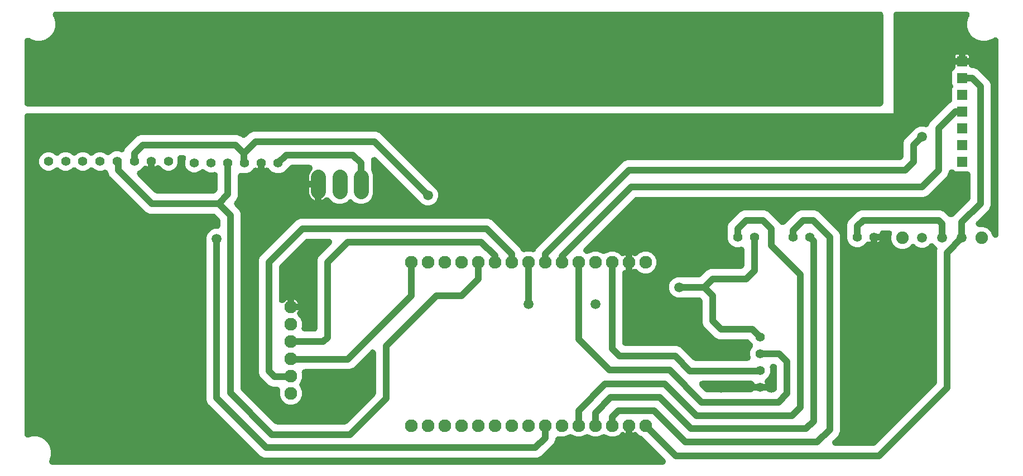
<source format=gbr>
G04 EAGLE Gerber RS-274X export*
G75*
%MOMM*%
%FSLAX34Y34*%
%LPD*%
%INBottom Copper*%
%IPPOS*%
%AMOC8*
5,1,8,0,0,1.08239X$1,22.5*%
G01*
%ADD10C,1.930400*%
%ADD11C,1.508000*%
%ADD12C,1.905000*%
%ADD13C,1.408000*%
%ADD14R,1.508000X1.508000*%
%ADD15C,1.950000*%
%ADD16C,1.399000*%
%ADD17C,2.250000*%
%ADD18C,1.500000*%
%ADD19C,1.000000*%

G36*
X978489Y10177D02*
X978489Y10177D01*
X978740Y10186D01*
X978805Y10197D01*
X978870Y10201D01*
X979116Y10248D01*
X979364Y10289D01*
X979426Y10307D01*
X979491Y10320D01*
X979730Y10398D01*
X979969Y10470D01*
X980029Y10496D01*
X980092Y10517D01*
X980319Y10624D01*
X980547Y10725D01*
X980603Y10759D01*
X980663Y10787D01*
X980874Y10922D01*
X981088Y11052D01*
X981140Y11093D01*
X981195Y11128D01*
X981388Y11289D01*
X981584Y11444D01*
X981630Y11491D01*
X981680Y11533D01*
X981851Y11717D01*
X982026Y11896D01*
X982066Y11948D01*
X982111Y11997D01*
X982256Y12200D01*
X982408Y12400D01*
X982441Y12457D01*
X982479Y12510D01*
X982598Y12730D01*
X982723Y12948D01*
X982748Y13009D01*
X982779Y13066D01*
X982869Y13300D01*
X982966Y13531D01*
X982983Y13595D01*
X983007Y13656D01*
X983067Y13899D01*
X983134Y14141D01*
X983143Y14206D01*
X983159Y14270D01*
X983188Y14518D01*
X983223Y14766D01*
X983224Y14832D01*
X983232Y14897D01*
X983229Y15147D01*
X983233Y15398D01*
X983226Y15464D01*
X983225Y15530D01*
X983191Y15777D01*
X983163Y16027D01*
X983148Y16091D01*
X983139Y16156D01*
X983073Y16397D01*
X983014Y16641D01*
X982991Y16703D01*
X982974Y16766D01*
X982879Y16998D01*
X982789Y17232D01*
X982758Y17290D01*
X982733Y17350D01*
X982609Y17569D01*
X982492Y17789D01*
X982454Y17843D01*
X982421Y17900D01*
X982271Y18101D01*
X982126Y18305D01*
X982077Y18359D01*
X982042Y18406D01*
X981944Y18506D01*
X981775Y18695D01*
X947472Y52997D01*
X947407Y53054D01*
X947348Y53117D01*
X947170Y53263D01*
X946998Y53415D01*
X946926Y53464D01*
X946859Y53519D01*
X946665Y53641D01*
X946475Y53770D01*
X946397Y53809D01*
X946324Y53855D01*
X946024Y53998D01*
X945911Y54056D01*
X945883Y54065D01*
X945850Y54081D01*
X943167Y55192D01*
X940011Y58349D01*
X939888Y58457D01*
X939773Y58572D01*
X939651Y58665D01*
X939536Y58767D01*
X939401Y58858D01*
X939272Y58958D01*
X939140Y59035D01*
X939013Y59121D01*
X938868Y59195D01*
X938727Y59277D01*
X938586Y59338D01*
X938449Y59407D01*
X938295Y59462D01*
X938146Y59526D01*
X937999Y59568D01*
X937854Y59619D01*
X937695Y59654D01*
X937538Y59699D01*
X937386Y59722D01*
X937237Y59755D01*
X937074Y59769D01*
X936913Y59794D01*
X936760Y59798D01*
X936607Y59811D01*
X936444Y59805D01*
X936281Y59809D01*
X936128Y59794D01*
X935975Y59788D01*
X935814Y59761D01*
X935652Y59745D01*
X935503Y59710D01*
X935352Y59685D01*
X935196Y59638D01*
X935037Y59601D01*
X934893Y59548D01*
X934746Y59504D01*
X934597Y59438D01*
X934444Y59382D01*
X934281Y59298D01*
X934168Y59249D01*
X934088Y59200D01*
X933976Y59143D01*
X932604Y58351D01*
X932199Y58183D01*
X932199Y69310D01*
X932188Y69494D01*
X932186Y69679D01*
X932168Y69809D01*
X932159Y69940D01*
X932125Y70122D01*
X932099Y70305D01*
X932065Y70432D01*
X932040Y70561D01*
X931983Y70737D01*
X931934Y70916D01*
X931885Y71037D01*
X931844Y71162D01*
X931764Y71329D01*
X931694Y71500D01*
X931629Y71614D01*
X931573Y71733D01*
X931473Y71889D01*
X931382Y72050D01*
X931303Y72155D01*
X931232Y72265D01*
X931113Y72408D01*
X931002Y72555D01*
X930911Y72650D01*
X930827Y72751D01*
X930691Y72876D01*
X930563Y73009D01*
X930460Y73091D01*
X930364Y73181D01*
X930213Y73288D01*
X930069Y73404D01*
X929956Y73473D01*
X929850Y73549D01*
X929687Y73637D01*
X929529Y73733D01*
X929409Y73787D01*
X929294Y73849D01*
X929121Y73916D01*
X928952Y73992D01*
X928827Y74030D01*
X928704Y74077D01*
X928525Y74122D01*
X928348Y74175D01*
X928218Y74197D01*
X928091Y74229D01*
X927907Y74250D01*
X927724Y74281D01*
X927571Y74289D01*
X927463Y74302D01*
X927462Y74302D01*
X927354Y74301D01*
X927200Y74309D01*
X927015Y74297D01*
X926830Y74295D01*
X926700Y74277D01*
X926569Y74269D01*
X926387Y74234D01*
X926204Y74209D01*
X926077Y74175D01*
X925948Y74150D01*
X925772Y74092D01*
X925594Y74044D01*
X925473Y73994D01*
X925348Y73953D01*
X925180Y73874D01*
X925009Y73803D01*
X924895Y73739D01*
X924776Y73682D01*
X924620Y73582D01*
X924460Y73491D01*
X924355Y73412D01*
X924244Y73342D01*
X924102Y73223D01*
X923954Y73112D01*
X923860Y73021D01*
X923759Y72936D01*
X923633Y72801D01*
X923500Y72672D01*
X923418Y72569D01*
X923329Y72473D01*
X923221Y72323D01*
X923106Y72178D01*
X923037Y72066D01*
X922961Y71959D01*
X922873Y71797D01*
X922776Y71639D01*
X922722Y71519D01*
X922660Y71403D01*
X922593Y71231D01*
X922518Y71062D01*
X922480Y70936D01*
X922432Y70814D01*
X922388Y70634D01*
X922334Y70457D01*
X922312Y70327D01*
X922281Y70200D01*
X922259Y70017D01*
X922228Y69834D01*
X922220Y69680D01*
X922207Y69572D01*
X922209Y69463D01*
X922201Y69310D01*
X922201Y58183D01*
X921796Y58351D01*
X920424Y59143D01*
X920278Y59216D01*
X920136Y59297D01*
X919995Y59356D01*
X919858Y59424D01*
X919703Y59478D01*
X919553Y59540D01*
X919405Y59581D01*
X919260Y59631D01*
X919101Y59665D01*
X918944Y59708D01*
X918792Y59730D01*
X918642Y59761D01*
X918480Y59774D01*
X918318Y59798D01*
X918164Y59800D01*
X918012Y59812D01*
X917849Y59805D01*
X917686Y59807D01*
X917534Y59790D01*
X917380Y59783D01*
X917220Y59755D01*
X917058Y59737D01*
X916908Y59701D01*
X916758Y59675D01*
X916602Y59627D01*
X916443Y59589D01*
X916300Y59534D01*
X916154Y59489D01*
X916005Y59422D01*
X915853Y59364D01*
X915717Y59291D01*
X915578Y59228D01*
X915439Y59143D01*
X915295Y59066D01*
X915170Y58977D01*
X915040Y58897D01*
X914913Y58794D01*
X914779Y58700D01*
X914643Y58577D01*
X914547Y58500D01*
X914483Y58433D01*
X914389Y58349D01*
X911233Y55192D01*
X905112Y52657D01*
X898488Y52657D01*
X892313Y55215D01*
X892259Y55255D01*
X892161Y55342D01*
X892008Y55446D01*
X891860Y55558D01*
X891746Y55623D01*
X891638Y55697D01*
X891473Y55780D01*
X891312Y55873D01*
X891191Y55923D01*
X891074Y55983D01*
X890900Y56045D01*
X890729Y56116D01*
X890602Y56151D01*
X890478Y56195D01*
X890298Y56235D01*
X890119Y56284D01*
X889989Y56302D01*
X889861Y56330D01*
X889677Y56347D01*
X889494Y56373D01*
X889362Y56375D01*
X889232Y56387D01*
X889047Y56380D01*
X888862Y56383D01*
X888731Y56368D01*
X888600Y56364D01*
X888418Y56334D01*
X888233Y56313D01*
X888106Y56282D01*
X887976Y56261D01*
X887799Y56208D01*
X887619Y56164D01*
X887496Y56118D01*
X887370Y56080D01*
X887201Y56005D01*
X887028Y55939D01*
X886913Y55877D01*
X886792Y55824D01*
X886634Y55729D01*
X886471Y55641D01*
X886364Y55566D01*
X886251Y55498D01*
X886106Y55383D01*
X885955Y55276D01*
X885888Y55215D01*
X879712Y52657D01*
X873088Y52657D01*
X866913Y55215D01*
X866859Y55255D01*
X866761Y55342D01*
X866608Y55446D01*
X866460Y55558D01*
X866346Y55623D01*
X866238Y55697D01*
X866073Y55780D01*
X865912Y55873D01*
X865791Y55923D01*
X865674Y55983D01*
X865500Y56045D01*
X865329Y56116D01*
X865202Y56151D01*
X865078Y56195D01*
X864898Y56235D01*
X864719Y56284D01*
X864589Y56302D01*
X864461Y56330D01*
X864277Y56347D01*
X864094Y56373D01*
X863962Y56375D01*
X863832Y56387D01*
X863647Y56380D01*
X863462Y56383D01*
X863331Y56368D01*
X863200Y56364D01*
X863018Y56334D01*
X862833Y56313D01*
X862706Y56282D01*
X862576Y56261D01*
X862399Y56208D01*
X862219Y56164D01*
X862096Y56118D01*
X861970Y56080D01*
X861801Y56005D01*
X861628Y55939D01*
X861513Y55877D01*
X861392Y55824D01*
X861234Y55729D01*
X861071Y55641D01*
X860964Y55566D01*
X860851Y55498D01*
X860706Y55383D01*
X860555Y55276D01*
X860488Y55215D01*
X854312Y52657D01*
X847688Y52657D01*
X841513Y55215D01*
X841459Y55255D01*
X841361Y55342D01*
X841208Y55446D01*
X841060Y55558D01*
X840946Y55623D01*
X840838Y55697D01*
X840673Y55780D01*
X840512Y55873D01*
X840391Y55923D01*
X840274Y55983D01*
X840100Y56045D01*
X839929Y56116D01*
X839802Y56151D01*
X839678Y56195D01*
X839498Y56235D01*
X839319Y56284D01*
X839189Y56302D01*
X839061Y56330D01*
X838877Y56347D01*
X838694Y56373D01*
X838562Y56375D01*
X838432Y56387D01*
X838247Y56380D01*
X838062Y56383D01*
X837931Y56368D01*
X837800Y56364D01*
X837618Y56334D01*
X837433Y56313D01*
X837306Y56282D01*
X837176Y56261D01*
X836999Y56208D01*
X836819Y56164D01*
X836696Y56118D01*
X836570Y56080D01*
X836401Y56005D01*
X836228Y55939D01*
X836113Y55877D01*
X835992Y55824D01*
X835834Y55729D01*
X835671Y55641D01*
X835564Y55566D01*
X835451Y55498D01*
X835306Y55383D01*
X835155Y55276D01*
X835088Y55215D01*
X828912Y52657D01*
X822288Y52657D01*
X822173Y52705D01*
X821967Y52775D01*
X821764Y52854D01*
X821668Y52877D01*
X821575Y52909D01*
X821362Y52953D01*
X821150Y53005D01*
X821053Y53017D01*
X820956Y53037D01*
X820739Y53053D01*
X820523Y53078D01*
X820424Y53077D01*
X820326Y53085D01*
X820108Y53074D01*
X819890Y53072D01*
X819793Y53058D01*
X819694Y53053D01*
X819480Y53015D01*
X819264Y52985D01*
X819169Y52959D01*
X819072Y52942D01*
X818864Y52877D01*
X818654Y52820D01*
X818563Y52783D01*
X818469Y52753D01*
X818271Y52663D01*
X818070Y52580D01*
X817984Y52531D01*
X817894Y52490D01*
X817710Y52375D01*
X817520Y52267D01*
X817441Y52208D01*
X817357Y52156D01*
X817189Y52019D01*
X817014Y51888D01*
X816943Y51820D01*
X816867Y51758D01*
X816717Y51600D01*
X816560Y51448D01*
X816499Y51371D01*
X816431Y51300D01*
X816302Y51125D01*
X816166Y50955D01*
X816114Y50871D01*
X816056Y50791D01*
X815950Y50601D01*
X815836Y50415D01*
X815796Y50325D01*
X815748Y50239D01*
X815667Y50037D01*
X815578Y49838D01*
X815549Y49744D01*
X815513Y49653D01*
X815457Y49442D01*
X815394Y49233D01*
X815378Y49136D01*
X815353Y49041D01*
X815325Y48825D01*
X815288Y48610D01*
X815282Y48498D01*
X815272Y48414D01*
X815271Y48285D01*
X815261Y48086D01*
X815261Y47784D01*
X812953Y42212D01*
X793768Y23027D01*
X788196Y20719D01*
X373983Y20719D01*
X368411Y23027D01*
X288837Y102602D01*
X286529Y108174D01*
X286529Y355505D01*
X288837Y361077D01*
X293102Y365342D01*
X298674Y367650D01*
X302420Y367650D01*
X302605Y367662D01*
X302790Y367664D01*
X302920Y367682D01*
X303051Y367690D01*
X303232Y367725D01*
X303416Y367750D01*
X303542Y367785D01*
X303672Y367809D01*
X303848Y367867D01*
X304026Y367915D01*
X304147Y367965D01*
X304272Y368006D01*
X304440Y368085D01*
X304610Y368156D01*
X304725Y368220D01*
X304843Y368277D01*
X304999Y368377D01*
X305160Y368468D01*
X305265Y368547D01*
X305376Y368618D01*
X305518Y368736D01*
X305666Y368847D01*
X305760Y368939D01*
X305861Y369023D01*
X305987Y369158D01*
X306120Y369287D01*
X306202Y369390D01*
X306291Y369486D01*
X306399Y369636D01*
X306514Y369781D01*
X306583Y369893D01*
X306659Y370000D01*
X306747Y370162D01*
X306844Y370320D01*
X306897Y370440D01*
X306960Y370556D01*
X307026Y370728D01*
X307102Y370897D01*
X307140Y371023D01*
X307188Y371145D01*
X307232Y371325D01*
X307286Y371502D01*
X307308Y371632D01*
X307339Y371759D01*
X307361Y371942D01*
X307392Y372125D01*
X307400Y372279D01*
X307412Y372387D01*
X307411Y372496D01*
X307419Y372649D01*
X307419Y380269D01*
X307412Y380389D01*
X307414Y380508D01*
X307392Y380704D01*
X307379Y380900D01*
X307357Y381017D01*
X307344Y381136D01*
X307297Y381328D01*
X307260Y381521D01*
X307223Y381635D01*
X307195Y381750D01*
X307125Y381934D01*
X307063Y382122D01*
X307012Y382230D01*
X306970Y382341D01*
X306877Y382515D01*
X306793Y382693D01*
X306728Y382793D01*
X306672Y382899D01*
X306558Y383059D01*
X306452Y383225D01*
X306375Y383317D01*
X306306Y383414D01*
X306136Y383603D01*
X306047Y383710D01*
X306004Y383750D01*
X305955Y383804D01*
X299984Y389775D01*
X299895Y389854D01*
X299812Y389940D01*
X299658Y390063D01*
X299510Y390193D01*
X299411Y390260D01*
X299318Y390334D01*
X299150Y390437D01*
X298987Y390547D01*
X298881Y390601D01*
X298779Y390664D01*
X298599Y390744D01*
X298423Y390833D01*
X298311Y390873D01*
X298202Y390922D01*
X298013Y390979D01*
X297828Y391046D01*
X297711Y391071D01*
X297597Y391106D01*
X297403Y391139D01*
X297210Y391181D01*
X297092Y391192D01*
X296974Y391212D01*
X296720Y391225D01*
X296581Y391238D01*
X296523Y391235D01*
X296449Y391239D01*
X200184Y391239D01*
X194612Y393547D01*
X139547Y448612D01*
X137050Y454641D01*
X136969Y454806D01*
X136896Y454977D01*
X136830Y455090D01*
X136772Y455208D01*
X136670Y455363D01*
X136577Y455522D01*
X136497Y455626D01*
X136424Y455736D01*
X136304Y455877D01*
X136191Y456023D01*
X136098Y456116D01*
X136013Y456216D01*
X135876Y456340D01*
X135745Y456471D01*
X135641Y456552D01*
X135544Y456640D01*
X135392Y456745D01*
X135246Y456859D01*
X135133Y456926D01*
X135025Y457001D01*
X134862Y457087D01*
X134702Y457181D01*
X134582Y457234D01*
X134465Y457294D01*
X134292Y457359D01*
X134122Y457432D01*
X133996Y457469D01*
X133873Y457514D01*
X133693Y457556D01*
X133515Y457608D01*
X133385Y457628D01*
X133257Y457658D01*
X133073Y457677D01*
X132891Y457706D01*
X132759Y457709D01*
X132629Y457723D01*
X132443Y457718D01*
X132259Y457724D01*
X132128Y457711D01*
X131997Y457708D01*
X131814Y457680D01*
X131630Y457662D01*
X131502Y457633D01*
X131372Y457613D01*
X131194Y457562D01*
X131013Y457521D01*
X130869Y457470D01*
X130764Y457440D01*
X130663Y457397D01*
X130518Y457346D01*
X127629Y456149D01*
X122061Y456149D01*
X116917Y458280D01*
X115380Y459817D01*
X115241Y459939D01*
X115109Y460069D01*
X115004Y460148D01*
X114906Y460235D01*
X114753Y460339D01*
X114605Y460450D01*
X114491Y460516D01*
X114382Y460589D01*
X114218Y460673D01*
X114057Y460765D01*
X113936Y460816D01*
X113819Y460875D01*
X113645Y460937D01*
X113474Y461009D01*
X113347Y461043D01*
X113223Y461088D01*
X113043Y461127D01*
X112864Y461176D01*
X112734Y461195D01*
X112606Y461223D01*
X112422Y461240D01*
X112239Y461266D01*
X112107Y461268D01*
X111976Y461280D01*
X111792Y461273D01*
X111607Y461276D01*
X111476Y461261D01*
X111345Y461256D01*
X111162Y461226D01*
X110978Y461206D01*
X110850Y461175D01*
X110721Y461153D01*
X110544Y461100D01*
X110364Y461057D01*
X110241Y461010D01*
X110115Y460973D01*
X109946Y460898D01*
X109773Y460832D01*
X109658Y460770D01*
X109537Y460717D01*
X109379Y460621D01*
X109216Y460534D01*
X109109Y460458D01*
X108996Y460390D01*
X108851Y460275D01*
X108700Y460168D01*
X108586Y460066D01*
X108501Y459998D01*
X108424Y459920D01*
X108310Y459817D01*
X106773Y458280D01*
X101629Y456149D01*
X96061Y456149D01*
X90917Y458280D01*
X89380Y459817D01*
X89241Y459939D01*
X89109Y460069D01*
X89004Y460148D01*
X88906Y460235D01*
X88753Y460339D01*
X88605Y460450D01*
X88491Y460516D01*
X88382Y460589D01*
X88218Y460673D01*
X88057Y460765D01*
X87936Y460816D01*
X87819Y460875D01*
X87645Y460937D01*
X87474Y461009D01*
X87347Y461043D01*
X87223Y461088D01*
X87043Y461127D01*
X86864Y461176D01*
X86734Y461195D01*
X86606Y461223D01*
X86422Y461240D01*
X86239Y461266D01*
X86107Y461268D01*
X85976Y461280D01*
X85792Y461273D01*
X85607Y461276D01*
X85476Y461261D01*
X85345Y461256D01*
X85162Y461226D01*
X84978Y461206D01*
X84850Y461175D01*
X84721Y461153D01*
X84544Y461100D01*
X84364Y461057D01*
X84241Y461010D01*
X84115Y460973D01*
X83946Y460898D01*
X83773Y460832D01*
X83658Y460770D01*
X83537Y460717D01*
X83379Y460621D01*
X83216Y460534D01*
X83109Y460458D01*
X82996Y460390D01*
X82851Y460275D01*
X82700Y460168D01*
X82586Y460066D01*
X82501Y459998D01*
X82424Y459920D01*
X82310Y459817D01*
X80773Y458280D01*
X75629Y456149D01*
X70061Y456149D01*
X64917Y458280D01*
X63380Y459817D01*
X63241Y459939D01*
X63109Y460069D01*
X63004Y460148D01*
X62906Y460235D01*
X62752Y460339D01*
X62605Y460450D01*
X62491Y460516D01*
X62382Y460589D01*
X62217Y460673D01*
X62057Y460765D01*
X61936Y460816D01*
X61819Y460875D01*
X61644Y460937D01*
X61474Y461009D01*
X61347Y461043D01*
X61223Y461088D01*
X61043Y461127D01*
X60864Y461176D01*
X60734Y461195D01*
X60606Y461223D01*
X60422Y461240D01*
X60239Y461266D01*
X60107Y461268D01*
X59976Y461280D01*
X59791Y461273D01*
X59606Y461276D01*
X59476Y461261D01*
X59345Y461256D01*
X59162Y461226D01*
X58978Y461206D01*
X58850Y461175D01*
X58721Y461153D01*
X58544Y461100D01*
X58364Y461057D01*
X58241Y461010D01*
X58115Y460973D01*
X57946Y460898D01*
X57773Y460832D01*
X57657Y460770D01*
X57537Y460717D01*
X57379Y460621D01*
X57216Y460534D01*
X57109Y460458D01*
X56996Y460390D01*
X56851Y460275D01*
X56700Y460168D01*
X56586Y460066D01*
X56500Y459998D01*
X56424Y459920D01*
X56310Y459817D01*
X54773Y458280D01*
X49629Y456149D01*
X44061Y456149D01*
X38917Y458280D01*
X34980Y462217D01*
X32849Y467361D01*
X32849Y472929D01*
X34980Y478073D01*
X38917Y482010D01*
X44061Y484141D01*
X49629Y484141D01*
X54773Y482010D01*
X56310Y480473D01*
X56449Y480351D01*
X56581Y480221D01*
X56686Y480142D01*
X56784Y480055D01*
X56937Y479951D01*
X57085Y479840D01*
X57199Y479774D01*
X57308Y479701D01*
X57472Y479617D01*
X57633Y479525D01*
X57754Y479474D01*
X57871Y479415D01*
X58045Y479353D01*
X58216Y479281D01*
X58343Y479247D01*
X58467Y479202D01*
X58647Y479163D01*
X58826Y479114D01*
X58956Y479095D01*
X59084Y479067D01*
X59268Y479050D01*
X59451Y479024D01*
X59583Y479022D01*
X59714Y479010D01*
X59898Y479017D01*
X60083Y479014D01*
X60214Y479029D01*
X60345Y479034D01*
X60528Y479064D01*
X60712Y479084D01*
X60840Y479115D01*
X60969Y479137D01*
X61146Y479190D01*
X61326Y479233D01*
X61449Y479280D01*
X61575Y479317D01*
X61744Y479392D01*
X61917Y479458D01*
X62032Y479520D01*
X62153Y479573D01*
X62311Y479669D01*
X62474Y479756D01*
X62581Y479832D01*
X62694Y479900D01*
X62839Y480015D01*
X62990Y480122D01*
X63104Y480224D01*
X63189Y480292D01*
X63266Y480370D01*
X63380Y480473D01*
X64917Y482010D01*
X70061Y484141D01*
X75629Y484141D01*
X80773Y482010D01*
X82310Y480473D01*
X82449Y480351D01*
X82581Y480221D01*
X82686Y480142D01*
X82784Y480055D01*
X82938Y479951D01*
X83085Y479840D01*
X83199Y479774D01*
X83308Y479701D01*
X83473Y479617D01*
X83633Y479525D01*
X83754Y479474D01*
X83871Y479415D01*
X84046Y479353D01*
X84216Y479281D01*
X84343Y479247D01*
X84467Y479202D01*
X84647Y479163D01*
X84826Y479114D01*
X84956Y479095D01*
X85084Y479067D01*
X85268Y479050D01*
X85451Y479024D01*
X85583Y479022D01*
X85714Y479010D01*
X85899Y479017D01*
X86084Y479014D01*
X86214Y479029D01*
X86345Y479034D01*
X86528Y479064D01*
X86712Y479084D01*
X86840Y479115D01*
X86969Y479137D01*
X87146Y479190D01*
X87326Y479233D01*
X87449Y479280D01*
X87575Y479317D01*
X87744Y479392D01*
X87917Y479458D01*
X88033Y479520D01*
X88153Y479573D01*
X88311Y479669D01*
X88474Y479756D01*
X88581Y479832D01*
X88694Y479900D01*
X88839Y480015D01*
X88990Y480122D01*
X89104Y480224D01*
X89190Y480292D01*
X89266Y480370D01*
X89380Y480473D01*
X90917Y482010D01*
X96061Y484141D01*
X101629Y484141D01*
X106773Y482010D01*
X108310Y480473D01*
X108449Y480351D01*
X108581Y480221D01*
X108686Y480142D01*
X108784Y480055D01*
X108938Y479951D01*
X109085Y479840D01*
X109199Y479774D01*
X109308Y479701D01*
X109473Y479617D01*
X109633Y479525D01*
X109754Y479474D01*
X109871Y479415D01*
X110046Y479353D01*
X110216Y479281D01*
X110343Y479247D01*
X110467Y479202D01*
X110647Y479163D01*
X110826Y479114D01*
X110956Y479095D01*
X111084Y479067D01*
X111268Y479050D01*
X111451Y479024D01*
X111583Y479022D01*
X111714Y479010D01*
X111899Y479017D01*
X112084Y479014D01*
X112214Y479029D01*
X112345Y479034D01*
X112528Y479064D01*
X112712Y479084D01*
X112840Y479115D01*
X112969Y479137D01*
X113146Y479190D01*
X113326Y479233D01*
X113449Y479280D01*
X113575Y479317D01*
X113744Y479392D01*
X113917Y479458D01*
X114033Y479520D01*
X114153Y479573D01*
X114311Y479669D01*
X114474Y479756D01*
X114581Y479832D01*
X114694Y479900D01*
X114839Y480015D01*
X114990Y480122D01*
X115104Y480224D01*
X115190Y480292D01*
X115266Y480370D01*
X115380Y480473D01*
X116917Y482010D01*
X122061Y484141D01*
X127629Y484141D01*
X132773Y482010D01*
X133486Y481297D01*
X133625Y481174D01*
X133757Y481045D01*
X133862Y480966D01*
X133961Y480879D01*
X134114Y480775D01*
X134261Y480663D01*
X134375Y480598D01*
X134484Y480524D01*
X134649Y480441D01*
X134809Y480349D01*
X134930Y480298D01*
X135048Y480239D01*
X135222Y480176D01*
X135393Y480105D01*
X135519Y480070D01*
X135643Y480026D01*
X135823Y479987D01*
X136002Y479937D01*
X136132Y479919D01*
X136260Y479891D01*
X136444Y479874D01*
X136628Y479848D01*
X136759Y479846D01*
X136890Y479834D01*
X137075Y479841D01*
X137260Y479838D01*
X137390Y479853D01*
X137522Y479858D01*
X137704Y479888D01*
X137888Y479908D01*
X138016Y479939D01*
X138145Y479960D01*
X138322Y480013D01*
X138502Y480057D01*
X138625Y480104D01*
X138751Y480141D01*
X138920Y480216D01*
X139093Y480282D01*
X139209Y480344D01*
X139329Y480397D01*
X139487Y480493D01*
X139651Y480580D01*
X139758Y480656D01*
X139870Y480724D01*
X140015Y480838D01*
X140166Y480945D01*
X140280Y481048D01*
X140366Y481116D01*
X140442Y481194D01*
X140556Y481297D01*
X142257Y482998D01*
X147829Y485306D01*
X153861Y485306D01*
X155810Y484498D01*
X155985Y484438D01*
X156157Y484369D01*
X156284Y484336D01*
X156408Y484294D01*
X156589Y484256D01*
X156769Y484210D01*
X156899Y484193D01*
X157027Y484166D01*
X157212Y484152D01*
X157395Y484128D01*
X157527Y484128D01*
X157658Y484118D01*
X157842Y484127D01*
X158027Y484127D01*
X158158Y484143D01*
X158289Y484150D01*
X158471Y484182D01*
X158655Y484205D01*
X158782Y484238D01*
X158911Y484261D01*
X159088Y484316D01*
X159267Y484362D01*
X159389Y484410D01*
X159515Y484449D01*
X159683Y484527D01*
X159855Y484595D01*
X159970Y484658D01*
X160089Y484713D01*
X160246Y484811D01*
X160408Y484900D01*
X160514Y484977D01*
X160626Y485047D01*
X160770Y485163D01*
X160919Y485272D01*
X161015Y485363D01*
X161116Y485445D01*
X161244Y485579D01*
X161379Y485706D01*
X161462Y485808D01*
X161553Y485903D01*
X161662Y486052D01*
X161780Y486195D01*
X161850Y486306D01*
X161927Y486412D01*
X162018Y486573D01*
X162116Y486730D01*
X162182Y486869D01*
X162235Y486964D01*
X162276Y487065D01*
X162342Y487204D01*
X163992Y491188D01*
X180957Y508153D01*
X186529Y510461D01*
X333216Y510461D01*
X338788Y508153D01*
X339365Y507576D01*
X339504Y507453D01*
X339636Y507324D01*
X339741Y507245D01*
X339839Y507158D01*
X339992Y507054D01*
X340140Y506942D01*
X340254Y506877D01*
X340362Y506803D01*
X340528Y506719D01*
X340688Y506627D01*
X340809Y506577D01*
X340926Y506517D01*
X341101Y506455D01*
X341271Y506384D01*
X341398Y506349D01*
X341522Y506305D01*
X341702Y506265D01*
X341881Y506216D01*
X342011Y506198D01*
X342139Y506170D01*
X342323Y506153D01*
X342506Y506127D01*
X342638Y506125D01*
X342769Y506113D01*
X342953Y506120D01*
X343138Y506117D01*
X343269Y506132D01*
X343400Y506136D01*
X343583Y506166D01*
X343767Y506187D01*
X343895Y506218D01*
X344024Y506239D01*
X344201Y506292D01*
X344381Y506336D01*
X344504Y506382D01*
X344630Y506420D01*
X344799Y506495D01*
X344972Y506561D01*
X345088Y506623D01*
X345208Y506676D01*
X345366Y506771D01*
X345529Y506859D01*
X345636Y506934D01*
X345749Y507002D01*
X345894Y507117D01*
X346045Y507224D01*
X346159Y507327D01*
X346244Y507395D01*
X346321Y507473D01*
X346435Y507576D01*
X352092Y513233D01*
X357664Y515541D01*
X544036Y515541D01*
X549608Y513233D01*
X635153Y427688D01*
X637461Y422116D01*
X637461Y416084D01*
X635153Y410512D01*
X630888Y406247D01*
X625316Y403939D01*
X619284Y403939D01*
X613712Y406247D01*
X544491Y475468D01*
X544278Y475656D01*
X544068Y475846D01*
X544041Y475865D01*
X544017Y475886D01*
X543781Y476046D01*
X543550Y476207D01*
X543521Y476222D01*
X543493Y476241D01*
X543239Y476370D01*
X542990Y476500D01*
X542959Y476512D01*
X542930Y476527D01*
X542662Y476622D01*
X542397Y476721D01*
X542365Y476728D01*
X542334Y476739D01*
X542057Y476800D01*
X541781Y476864D01*
X541749Y476867D01*
X541717Y476874D01*
X541434Y476900D01*
X541153Y476929D01*
X541120Y476928D01*
X541087Y476931D01*
X540803Y476920D01*
X540521Y476914D01*
X540489Y476909D01*
X540456Y476908D01*
X540175Y476861D01*
X539896Y476819D01*
X539864Y476810D01*
X539832Y476805D01*
X539560Y476724D01*
X539288Y476646D01*
X539258Y476633D01*
X539226Y476624D01*
X538967Y476509D01*
X538706Y476398D01*
X538678Y476381D01*
X538648Y476368D01*
X538405Y476221D01*
X538161Y476078D01*
X538135Y476059D01*
X538107Y476042D01*
X537884Y475865D01*
X537660Y475693D01*
X537637Y475670D01*
X537612Y475649D01*
X537413Y475446D01*
X537212Y475247D01*
X537192Y475221D01*
X537169Y475197D01*
X536998Y474971D01*
X536824Y474748D01*
X536808Y474720D01*
X536788Y474694D01*
X536646Y474447D01*
X536502Y474204D01*
X536489Y474174D01*
X536473Y474146D01*
X536364Y473884D01*
X536251Y473624D01*
X536242Y473592D01*
X536230Y473562D01*
X536154Y473289D01*
X536076Y473017D01*
X536070Y472984D01*
X536062Y472953D01*
X536021Y472671D01*
X535978Y472392D01*
X535977Y472360D01*
X535972Y472327D01*
X535968Y472041D01*
X535960Y471760D01*
X535963Y471728D01*
X535962Y471695D01*
X535994Y471413D01*
X536022Y471131D01*
X536029Y471099D01*
X536032Y471067D01*
X536091Y470826D01*
X536091Y458945D01*
X536096Y458858D01*
X536094Y458772D01*
X536116Y458543D01*
X536131Y458314D01*
X536147Y458229D01*
X536155Y458143D01*
X536207Y457919D01*
X536250Y457693D01*
X536277Y457611D01*
X536296Y457526D01*
X536407Y457213D01*
X536447Y457092D01*
X536459Y457066D01*
X536471Y457032D01*
X539181Y450490D01*
X539181Y420730D01*
X536402Y414022D01*
X531268Y408888D01*
X524560Y406109D01*
X517300Y406109D01*
X510592Y408888D01*
X508215Y411265D01*
X508076Y411387D01*
X507944Y411516D01*
X507839Y411595D01*
X507741Y411682D01*
X507587Y411786D01*
X507440Y411898D01*
X507326Y411963D01*
X507217Y412037D01*
X507052Y412121D01*
X506892Y412213D01*
X506771Y412263D01*
X506654Y412323D01*
X506479Y412385D01*
X506309Y412456D01*
X506182Y412491D01*
X506058Y412535D01*
X505878Y412575D01*
X505699Y412624D01*
X505569Y412642D01*
X505441Y412671D01*
X505257Y412687D01*
X505074Y412713D01*
X504942Y412715D01*
X504811Y412727D01*
X504626Y412720D01*
X504441Y412723D01*
X504311Y412709D01*
X504180Y412704D01*
X503997Y412674D01*
X503813Y412653D01*
X503685Y412622D01*
X503556Y412601D01*
X503379Y412548D01*
X503199Y412504D01*
X503076Y412458D01*
X502950Y412420D01*
X502781Y412345D01*
X502608Y412279D01*
X502492Y412217D01*
X502372Y412164D01*
X502214Y412069D01*
X502051Y411982D01*
X501944Y411906D01*
X501831Y411838D01*
X501686Y411723D01*
X501535Y411616D01*
X501421Y411513D01*
X501335Y411445D01*
X501259Y411368D01*
X501145Y411265D01*
X498768Y408888D01*
X492060Y406109D01*
X484800Y406109D01*
X478092Y408888D01*
X472561Y414418D01*
X472423Y414540D01*
X472290Y414670D01*
X472185Y414749D01*
X472087Y414836D01*
X471934Y414940D01*
X471786Y415052D01*
X471672Y415117D01*
X471564Y415191D01*
X471399Y415274D01*
X471238Y415367D01*
X471117Y415417D01*
X471000Y415476D01*
X470825Y415539D01*
X470655Y415610D01*
X470528Y415645D01*
X470405Y415689D01*
X470224Y415728D01*
X470045Y415778D01*
X469915Y415796D01*
X469787Y415824D01*
X469603Y415841D01*
X469420Y415867D01*
X469288Y415869D01*
X469158Y415881D01*
X468973Y415874D01*
X468788Y415877D01*
X468657Y415862D01*
X468526Y415857D01*
X468343Y415827D01*
X468159Y415807D01*
X468032Y415776D01*
X467902Y415755D01*
X467725Y415702D01*
X467545Y415658D01*
X467422Y415611D01*
X467297Y415574D01*
X467128Y415499D01*
X466954Y415433D01*
X466839Y415371D01*
X466719Y415318D01*
X466560Y415222D01*
X466397Y415135D01*
X466290Y415059D01*
X466177Y414991D01*
X466032Y414876D01*
X465881Y414769D01*
X465767Y414667D01*
X465682Y414599D01*
X465606Y414521D01*
X465491Y414418D01*
X465042Y413969D01*
X463608Y412869D01*
X462043Y411965D01*
X460929Y411504D01*
X460929Y435610D01*
X460918Y435794D01*
X460916Y435979D01*
X460898Y436109D01*
X460889Y436240D01*
X460855Y436422D01*
X460829Y436605D01*
X460795Y436732D01*
X460770Y436861D01*
X460713Y437037D01*
X460664Y437216D01*
X460615Y437337D01*
X460574Y437462D01*
X460494Y437629D01*
X460424Y437800D01*
X460359Y437914D01*
X460303Y438033D01*
X460203Y438189D01*
X460112Y438350D01*
X460033Y438455D01*
X459962Y438565D01*
X459843Y438708D01*
X459732Y438855D01*
X459641Y438950D01*
X459557Y439051D01*
X459556Y439051D01*
X459421Y439177D01*
X459293Y439309D01*
X459292Y439310D01*
X459189Y439392D01*
X459093Y439481D01*
X458943Y439589D01*
X458798Y439704D01*
X458686Y439773D01*
X458579Y439849D01*
X458417Y439937D01*
X458259Y440034D01*
X458139Y440088D01*
X458023Y440150D01*
X457851Y440217D01*
X457682Y440292D01*
X457556Y440330D01*
X457434Y440378D01*
X457254Y440422D01*
X457077Y440476D01*
X456947Y440498D01*
X456820Y440529D01*
X456637Y440551D01*
X456454Y440582D01*
X456300Y440590D01*
X456192Y440602D01*
X456083Y440601D01*
X455930Y440609D01*
X442139Y440609D01*
X442139Y447764D01*
X442375Y449556D01*
X442843Y451302D01*
X443535Y452973D01*
X444439Y454538D01*
X445539Y455972D01*
X446092Y456525D01*
X446258Y456713D01*
X446428Y456897D01*
X446466Y456950D01*
X446510Y456999D01*
X446651Y457207D01*
X446796Y457410D01*
X446827Y457468D01*
X446864Y457522D01*
X446978Y457747D01*
X447097Y457966D01*
X447120Y458028D01*
X447150Y458086D01*
X447234Y458322D01*
X447325Y458556D01*
X447340Y458620D01*
X447362Y458682D01*
X447416Y458925D01*
X447476Y459170D01*
X447484Y459235D01*
X447498Y459299D01*
X447520Y459549D01*
X447549Y459797D01*
X447549Y459863D01*
X447555Y459929D01*
X447545Y460180D01*
X447543Y460430D01*
X447534Y460495D01*
X447531Y460560D01*
X447490Y460807D01*
X447456Y461056D01*
X447439Y461119D01*
X447428Y461184D01*
X447356Y461425D01*
X447291Y461666D01*
X447266Y461726D01*
X447248Y461790D01*
X447146Y462019D01*
X447051Y462250D01*
X447018Y462308D01*
X446992Y462368D01*
X446862Y462582D01*
X446739Y462800D01*
X446699Y462853D01*
X446665Y462909D01*
X446510Y463105D01*
X446359Y463306D01*
X446314Y463353D01*
X446273Y463404D01*
X446094Y463580D01*
X445919Y463760D01*
X445868Y463801D01*
X445821Y463847D01*
X445622Y463998D01*
X445426Y464154D01*
X445370Y464189D01*
X445317Y464228D01*
X445100Y464353D01*
X444886Y464484D01*
X444826Y464510D01*
X444769Y464543D01*
X444538Y464640D01*
X444309Y464742D01*
X444246Y464761D01*
X444186Y464786D01*
X443944Y464853D01*
X443704Y464926D01*
X443640Y464937D01*
X443576Y464954D01*
X443329Y464990D01*
X443081Y465032D01*
X443008Y465036D01*
X442951Y465044D01*
X442811Y465046D01*
X442557Y465059D01*
X415916Y465059D01*
X415796Y465052D01*
X415677Y465054D01*
X415481Y465032D01*
X415285Y465019D01*
X415168Y464997D01*
X415049Y464984D01*
X414857Y464937D01*
X414664Y464900D01*
X414550Y464863D01*
X414434Y464835D01*
X414251Y464765D01*
X414063Y464703D01*
X413955Y464652D01*
X413844Y464610D01*
X413670Y464517D01*
X413492Y464433D01*
X413391Y464368D01*
X413286Y464312D01*
X413126Y464198D01*
X412960Y464092D01*
X412868Y464015D01*
X412771Y463946D01*
X412582Y463776D01*
X412475Y463687D01*
X412435Y463644D01*
X412381Y463595D01*
X403533Y454747D01*
X397961Y452439D01*
X391929Y452439D01*
X386357Y454747D01*
X381684Y459420D01*
X381603Y459492D01*
X381528Y459570D01*
X381366Y459701D01*
X381210Y459838D01*
X381120Y459899D01*
X381036Y459967D01*
X380859Y460076D01*
X380687Y460193D01*
X380590Y460242D01*
X380497Y460299D01*
X380308Y460385D01*
X380123Y460478D01*
X380021Y460515D01*
X379922Y460560D01*
X379723Y460621D01*
X379528Y460691D01*
X379422Y460714D01*
X379318Y460746D01*
X379113Y460782D01*
X378910Y460826D01*
X378802Y460836D01*
X378695Y460855D01*
X378488Y460864D01*
X378281Y460883D01*
X378172Y460879D01*
X378064Y460884D01*
X377857Y460867D01*
X377649Y460859D01*
X377542Y460842D01*
X377433Y460833D01*
X377230Y460790D01*
X377025Y460756D01*
X376921Y460725D01*
X376815Y460703D01*
X376618Y460635D01*
X376420Y460576D01*
X376320Y460532D01*
X376218Y460496D01*
X376031Y460404D01*
X375842Y460320D01*
X375749Y460264D01*
X375651Y460216D01*
X375420Y460065D01*
X375300Y459993D01*
X375262Y459963D01*
X375211Y459930D01*
X374544Y459445D01*
X374544Y467600D01*
X374533Y467784D01*
X374531Y467969D01*
X374513Y468099D01*
X374504Y468230D01*
X374470Y468412D01*
X374444Y468595D01*
X374410Y468722D01*
X374385Y468851D01*
X374328Y469027D01*
X374279Y469206D01*
X374230Y469327D01*
X374189Y469452D01*
X374109Y469619D01*
X374039Y469790D01*
X373974Y469904D01*
X373918Y470023D01*
X373818Y470179D01*
X373727Y470340D01*
X373648Y470445D01*
X373577Y470555D01*
X373458Y470698D01*
X373347Y470845D01*
X373256Y470940D01*
X373172Y471041D01*
X373036Y471166D01*
X372908Y471299D01*
X372805Y471381D01*
X372709Y471471D01*
X372558Y471578D01*
X372414Y471694D01*
X372301Y471763D01*
X372195Y471839D01*
X372032Y471927D01*
X371874Y472023D01*
X371754Y472077D01*
X371639Y472139D01*
X371466Y472206D01*
X371297Y472282D01*
X371172Y472320D01*
X371049Y472367D01*
X370870Y472412D01*
X370693Y472465D01*
X370563Y472487D01*
X370436Y472519D01*
X370252Y472540D01*
X370069Y472571D01*
X369916Y472579D01*
X369808Y472592D01*
X369807Y472592D01*
X369699Y472591D01*
X369545Y472599D01*
X369360Y472587D01*
X369175Y472585D01*
X369045Y472567D01*
X368914Y472559D01*
X368732Y472524D01*
X368549Y472499D01*
X368422Y472465D01*
X368293Y472440D01*
X368117Y472382D01*
X367939Y472334D01*
X367818Y472284D01*
X367693Y472243D01*
X367525Y472164D01*
X367354Y472093D01*
X367240Y472029D01*
X367121Y471972D01*
X366965Y471872D01*
X366805Y471781D01*
X366700Y471702D01*
X366589Y471632D01*
X366447Y471513D01*
X366299Y471402D01*
X366205Y471311D01*
X366104Y471226D01*
X365978Y471091D01*
X365845Y470962D01*
X365763Y470859D01*
X365674Y470763D01*
X365566Y470613D01*
X365451Y470468D01*
X365382Y470356D01*
X365306Y470249D01*
X365218Y470087D01*
X365121Y469929D01*
X365067Y469809D01*
X365005Y469693D01*
X364938Y469521D01*
X364863Y469352D01*
X364825Y469226D01*
X364777Y469104D01*
X364733Y468924D01*
X364679Y468747D01*
X364657Y468617D01*
X364626Y468490D01*
X364604Y468307D01*
X364573Y468124D01*
X364565Y467970D01*
X364552Y467862D01*
X364554Y467753D01*
X364546Y467600D01*
X364546Y459446D01*
X363879Y459930D01*
X363787Y459988D01*
X363701Y460053D01*
X363520Y460157D01*
X363345Y460268D01*
X363247Y460314D01*
X363153Y460368D01*
X362961Y460448D01*
X362773Y460537D01*
X362670Y460570D01*
X362569Y460612D01*
X362369Y460667D01*
X362171Y460731D01*
X362065Y460751D01*
X361960Y460779D01*
X361754Y460809D01*
X361550Y460847D01*
X361442Y460853D01*
X361334Y460869D01*
X361126Y460872D01*
X360919Y460884D01*
X360811Y460877D01*
X360702Y460879D01*
X360496Y460856D01*
X360289Y460842D01*
X360182Y460821D01*
X360074Y460809D01*
X359872Y460760D01*
X359668Y460720D01*
X359565Y460686D01*
X359460Y460660D01*
X359266Y460586D01*
X359068Y460521D01*
X358970Y460474D01*
X358869Y460435D01*
X358686Y460337D01*
X358499Y460247D01*
X358407Y460188D01*
X358311Y460137D01*
X358142Y460017D01*
X357968Y459904D01*
X357884Y459834D01*
X357796Y459771D01*
X357591Y459587D01*
X357484Y459497D01*
X357451Y459461D01*
X357406Y459420D01*
X352733Y454747D01*
X347161Y452439D01*
X341129Y452439D01*
X340818Y452568D01*
X340612Y452639D01*
X340409Y452717D01*
X340313Y452741D01*
X340220Y452773D01*
X340007Y452817D01*
X339795Y452869D01*
X339697Y452880D01*
X339601Y452900D01*
X339384Y452917D01*
X339168Y452942D01*
X339069Y452941D01*
X338971Y452948D01*
X338753Y452937D01*
X338535Y452935D01*
X338438Y452922D01*
X338339Y452917D01*
X338125Y452878D01*
X337909Y452849D01*
X337814Y452823D01*
X337717Y452806D01*
X337509Y452740D01*
X337299Y452684D01*
X337208Y452646D01*
X337114Y452617D01*
X336916Y452526D01*
X336715Y452443D01*
X336629Y452395D01*
X336539Y452354D01*
X336354Y452239D01*
X336165Y452131D01*
X336086Y452072D01*
X336002Y452020D01*
X335833Y451882D01*
X335659Y451752D01*
X335588Y451683D01*
X335512Y451621D01*
X335362Y451464D01*
X335205Y451312D01*
X335144Y451235D01*
X335076Y451164D01*
X334947Y450988D01*
X334811Y450818D01*
X334759Y450734D01*
X334701Y450655D01*
X334595Y450465D01*
X334481Y450279D01*
X334441Y450188D01*
X334393Y450103D01*
X334312Y449901D01*
X334223Y449702D01*
X334194Y449607D01*
X334158Y449516D01*
X334103Y449305D01*
X334039Y449097D01*
X334023Y449000D01*
X333998Y448904D01*
X333970Y448689D01*
X333933Y448474D01*
X333927Y448361D01*
X333917Y448278D01*
X333916Y448149D01*
X333906Y447949D01*
X333906Y417329D01*
X331598Y411757D01*
X329776Y409935D01*
X329653Y409796D01*
X329524Y409664D01*
X329444Y409559D01*
X329358Y409461D01*
X329254Y409308D01*
X329142Y409160D01*
X329077Y409046D01*
X329003Y408937D01*
X328919Y408772D01*
X328827Y408612D01*
X328777Y408491D01*
X328717Y408374D01*
X328655Y408199D01*
X328584Y408029D01*
X328549Y407902D01*
X328505Y407778D01*
X328465Y407597D01*
X328416Y407419D01*
X328398Y407289D01*
X328370Y407161D01*
X328353Y406977D01*
X328327Y406793D01*
X328325Y406662D01*
X328313Y406531D01*
X328320Y406346D01*
X328317Y406161D01*
X328332Y406031D01*
X328336Y405900D01*
X328366Y405717D01*
X328387Y405533D01*
X328418Y405406D01*
X328439Y405276D01*
X328492Y405099D01*
X328536Y404919D01*
X328583Y404796D01*
X328620Y404670D01*
X328695Y404501D01*
X328761Y404328D01*
X328823Y404212D01*
X328876Y404092D01*
X328971Y403934D01*
X329059Y403771D01*
X329134Y403664D01*
X329202Y403551D01*
X329317Y403406D01*
X329424Y403255D01*
X329527Y403141D01*
X329595Y403055D01*
X329673Y402979D01*
X329776Y402865D01*
X330465Y402176D01*
X330465Y402175D01*
X335433Y397208D01*
X337741Y391636D01*
X337741Y127160D01*
X337748Y127041D01*
X337746Y126922D01*
X337768Y126726D01*
X337781Y126529D01*
X337803Y126412D01*
X337816Y126293D01*
X337863Y126102D01*
X337900Y125908D01*
X337937Y125795D01*
X337965Y125679D01*
X338035Y125495D01*
X338097Y125308D01*
X338148Y125200D01*
X338190Y125088D01*
X338283Y124915D01*
X338367Y124737D01*
X338432Y124636D01*
X338488Y124531D01*
X338602Y124370D01*
X338708Y124204D01*
X338785Y124112D01*
X338854Y124015D01*
X339024Y123827D01*
X339113Y123719D01*
X339156Y123680D01*
X339205Y123625D01*
X390165Y72665D01*
X390254Y72586D01*
X390338Y72500D01*
X390492Y72377D01*
X390639Y72247D01*
X390738Y72180D01*
X390831Y72106D01*
X390999Y72003D01*
X391163Y71893D01*
X391269Y71839D01*
X391371Y71776D01*
X391551Y71696D01*
X391726Y71607D01*
X391839Y71567D01*
X391948Y71518D01*
X392136Y71461D01*
X392322Y71394D01*
X392438Y71369D01*
X392552Y71334D01*
X392747Y71301D01*
X392939Y71259D01*
X393058Y71248D01*
X393176Y71228D01*
X393429Y71215D01*
X393569Y71202D01*
X393627Y71205D01*
X393700Y71201D01*
X495999Y71201D01*
X496119Y71208D01*
X496238Y71206D01*
X496434Y71228D01*
X496630Y71241D01*
X496747Y71263D01*
X496866Y71276D01*
X497058Y71323D01*
X497251Y71360D01*
X497365Y71397D01*
X497480Y71425D01*
X497664Y71495D01*
X497852Y71557D01*
X497960Y71608D01*
X498071Y71650D01*
X498245Y71743D01*
X498423Y71827D01*
X498524Y71892D01*
X498629Y71948D01*
X498789Y72062D01*
X498955Y72168D01*
X499047Y72245D01*
X499144Y72314D01*
X499333Y72484D01*
X499440Y72573D01*
X499480Y72616D01*
X499534Y72665D01*
X542175Y115306D01*
X542254Y115395D01*
X542340Y115478D01*
X542463Y115632D01*
X542593Y115780D01*
X542660Y115879D01*
X542734Y115972D01*
X542837Y116140D01*
X542947Y116303D01*
X543001Y116410D01*
X543064Y116511D01*
X543144Y116691D01*
X543233Y116867D01*
X543273Y116979D01*
X543322Y117088D01*
X543379Y117277D01*
X543446Y117462D01*
X543471Y117579D01*
X543506Y117693D01*
X543539Y117887D01*
X543581Y118080D01*
X543592Y118198D01*
X543612Y118316D01*
X543625Y118570D01*
X543638Y118709D01*
X543635Y118767D01*
X543639Y118841D01*
X543639Y179930D01*
X543623Y180179D01*
X543614Y180430D01*
X543603Y180495D01*
X543599Y180560D01*
X543552Y180806D01*
X543511Y181054D01*
X543492Y181116D01*
X543480Y181181D01*
X543402Y181420D01*
X543330Y181659D01*
X543304Y181719D01*
X543283Y181782D01*
X543176Y182009D01*
X543075Y182237D01*
X543041Y182293D01*
X543013Y182353D01*
X542877Y182565D01*
X542748Y182778D01*
X542707Y182830D01*
X542672Y182885D01*
X542511Y183078D01*
X542356Y183274D01*
X542309Y183320D01*
X542267Y183370D01*
X542083Y183541D01*
X541904Y183716D01*
X541852Y183756D01*
X541803Y183801D01*
X541600Y183946D01*
X541400Y184098D01*
X541343Y184131D01*
X541290Y184169D01*
X541070Y184288D01*
X540852Y184413D01*
X540791Y184438D01*
X540734Y184469D01*
X540500Y184559D01*
X540269Y184656D01*
X540205Y184673D01*
X540144Y184697D01*
X539901Y184757D01*
X539659Y184824D01*
X539594Y184833D01*
X539530Y184849D01*
X539282Y184878D01*
X539034Y184913D01*
X538968Y184914D01*
X538903Y184922D01*
X538653Y184919D01*
X538402Y184923D01*
X538336Y184916D01*
X538270Y184915D01*
X538023Y184881D01*
X537773Y184853D01*
X537709Y184838D01*
X537644Y184829D01*
X537403Y184763D01*
X537159Y184704D01*
X537097Y184681D01*
X537034Y184664D01*
X536803Y184569D01*
X536568Y184479D01*
X536510Y184448D01*
X536450Y184423D01*
X536231Y184299D01*
X536011Y184182D01*
X535957Y184144D01*
X535900Y184111D01*
X535699Y183961D01*
X535495Y183816D01*
X535441Y183767D01*
X535394Y183732D01*
X535294Y183634D01*
X535105Y183465D01*
X509128Y157487D01*
X503556Y155179D01*
X435807Y155179D01*
X435589Y155165D01*
X435372Y155160D01*
X435274Y155146D01*
X435176Y155139D01*
X434962Y155098D01*
X434747Y155066D01*
X434652Y155039D01*
X434555Y155020D01*
X434348Y154952D01*
X434139Y154893D01*
X434048Y154854D01*
X433954Y154823D01*
X433757Y154730D01*
X433557Y154645D01*
X433472Y154595D01*
X433383Y154553D01*
X433199Y154435D01*
X433012Y154325D01*
X432934Y154265D01*
X432851Y154212D01*
X432684Y154072D01*
X432511Y153939D01*
X432441Y153870D01*
X432366Y153807D01*
X432217Y153647D01*
X432063Y153493D01*
X432003Y153416D01*
X431935Y153343D01*
X431809Y153167D01*
X431675Y152995D01*
X431625Y152910D01*
X431567Y152830D01*
X431464Y152638D01*
X431353Y152451D01*
X431314Y152360D01*
X431267Y152274D01*
X431188Y152070D01*
X431102Y151871D01*
X431074Y151776D01*
X431039Y151684D01*
X430987Y151473D01*
X430926Y151263D01*
X430911Y151166D01*
X430887Y151070D01*
X430862Y150855D01*
X430828Y150639D01*
X430826Y150540D01*
X430814Y150443D01*
X430817Y150225D01*
X430810Y150007D01*
X430820Y149909D01*
X430821Y149810D01*
X430851Y149595D01*
X430872Y149378D01*
X430894Y149282D01*
X430907Y149184D01*
X430964Y148974D01*
X431013Y148762D01*
X431050Y148656D01*
X431072Y148574D01*
X431121Y148455D01*
X431188Y148267D01*
X431331Y147922D01*
X431331Y141258D01*
X428781Y135102D01*
X428704Y135025D01*
X428582Y134886D01*
X428452Y134754D01*
X428373Y134649D01*
X428286Y134551D01*
X428183Y134398D01*
X428071Y134250D01*
X428005Y134136D01*
X427932Y134028D01*
X427848Y133863D01*
X427756Y133702D01*
X427705Y133581D01*
X427646Y133464D01*
X427584Y133290D01*
X427513Y133119D01*
X427478Y132992D01*
X427434Y132868D01*
X427394Y132688D01*
X427345Y132509D01*
X427326Y132379D01*
X427298Y132251D01*
X427282Y132067D01*
X427255Y131884D01*
X427253Y131752D01*
X427242Y131621D01*
X427248Y131437D01*
X427246Y131252D01*
X427260Y131121D01*
X427265Y130990D01*
X427295Y130807D01*
X427316Y130623D01*
X427346Y130496D01*
X427368Y130366D01*
X427421Y130189D01*
X427464Y130009D01*
X427511Y129886D01*
X427549Y129760D01*
X427624Y129591D01*
X427689Y129418D01*
X427751Y129303D01*
X427804Y129182D01*
X427900Y129024D01*
X427987Y128861D01*
X428063Y128754D01*
X428131Y128641D01*
X428246Y128496D01*
X428353Y128345D01*
X428456Y128231D01*
X428523Y128146D01*
X428601Y128069D01*
X428704Y127955D01*
X428781Y127879D01*
X431331Y121722D01*
X431331Y115058D01*
X428781Y108901D01*
X424069Y104189D01*
X417912Y101639D01*
X411248Y101639D01*
X405091Y104189D01*
X400379Y108901D01*
X397829Y115058D01*
X397829Y121766D01*
X397860Y121846D01*
X397884Y121942D01*
X397916Y122035D01*
X397960Y122248D01*
X398012Y122460D01*
X398023Y122557D01*
X398043Y122654D01*
X398060Y122872D01*
X398085Y123087D01*
X398084Y123186D01*
X398091Y123284D01*
X398080Y123502D01*
X398078Y123720D01*
X398065Y123817D01*
X398060Y123915D01*
X398021Y124130D01*
X397992Y124346D01*
X397966Y124441D01*
X397949Y124538D01*
X397884Y124746D01*
X397827Y124956D01*
X397789Y125047D01*
X397760Y125141D01*
X397669Y125339D01*
X397586Y125540D01*
X397538Y125626D01*
X397497Y125716D01*
X397382Y125900D01*
X397274Y126090D01*
X397215Y126169D01*
X397163Y126252D01*
X397025Y126422D01*
X396895Y126596D01*
X396826Y126666D01*
X396764Y126743D01*
X396607Y126893D01*
X396455Y127050D01*
X396378Y127111D01*
X396307Y127179D01*
X396132Y127308D01*
X395961Y127444D01*
X395877Y127496D01*
X395798Y127554D01*
X395608Y127660D01*
X395422Y127774D01*
X395332Y127814D01*
X395246Y127862D01*
X395044Y127943D01*
X394845Y128032D01*
X394750Y128061D01*
X394659Y128097D01*
X394449Y128152D01*
X394240Y128216D01*
X394143Y128232D01*
X394048Y128257D01*
X393832Y128285D01*
X393617Y128322D01*
X393505Y128328D01*
X393421Y128338D01*
X393292Y128339D01*
X393093Y128349D01*
X386874Y128349D01*
X381302Y130657D01*
X368147Y143812D01*
X365839Y149384D01*
X365839Y320516D01*
X368147Y326088D01*
X373115Y331056D01*
X418244Y376185D01*
X423212Y381153D01*
X428784Y383461D01*
X714216Y383461D01*
X719788Y381153D01*
X762253Y338688D01*
X763469Y335752D01*
X763550Y335586D01*
X763623Y335416D01*
X763689Y335303D01*
X763747Y335185D01*
X763848Y335031D01*
X763942Y334871D01*
X764022Y334767D01*
X764095Y334657D01*
X764215Y334516D01*
X764328Y334370D01*
X764421Y334277D01*
X764506Y334177D01*
X764643Y334053D01*
X764774Y333922D01*
X764878Y333841D01*
X764975Y333753D01*
X765127Y333647D01*
X765273Y333534D01*
X765386Y333467D01*
X765493Y333392D01*
X765657Y333306D01*
X765817Y333212D01*
X765937Y333159D01*
X766054Y333099D01*
X766227Y333034D01*
X766397Y332961D01*
X766523Y332924D01*
X766646Y332878D01*
X766826Y332836D01*
X767004Y332785D01*
X767134Y332765D01*
X767262Y332735D01*
X767445Y332716D01*
X767628Y332687D01*
X767760Y332684D01*
X767890Y332670D01*
X768075Y332674D01*
X768260Y332669D01*
X768391Y332682D01*
X768522Y332685D01*
X768705Y332713D01*
X768889Y332731D01*
X769017Y332760D01*
X769147Y332780D01*
X769325Y332830D01*
X769506Y332872D01*
X769650Y332923D01*
X769755Y332953D01*
X769856Y332995D01*
X770000Y333047D01*
X771488Y333663D01*
X778112Y333663D01*
X779863Y332938D01*
X780038Y332878D01*
X780210Y332809D01*
X780337Y332776D01*
X780461Y332733D01*
X780642Y332696D01*
X780821Y332649D01*
X780952Y332632D01*
X781080Y332606D01*
X781265Y332592D01*
X781448Y332568D01*
X781580Y332568D01*
X781710Y332557D01*
X781895Y332567D01*
X782080Y332566D01*
X782211Y332583D01*
X782342Y332589D01*
X782524Y332622D01*
X782707Y332645D01*
X782835Y332677D01*
X782964Y332700D01*
X783140Y332755D01*
X783320Y332801D01*
X783442Y332850D01*
X783567Y332889D01*
X783735Y332966D01*
X783907Y333034D01*
X784022Y333098D01*
X784142Y333152D01*
X784299Y333250D01*
X784461Y333339D01*
X784567Y333417D01*
X784679Y333486D01*
X784822Y333603D01*
X784972Y333712D01*
X785067Y333802D01*
X785169Y333885D01*
X785297Y334018D01*
X785431Y334146D01*
X785515Y334247D01*
X785605Y334342D01*
X785715Y334491D01*
X785832Y334634D01*
X785902Y334745D01*
X785980Y334851D01*
X786070Y335013D01*
X786169Y335169D01*
X786235Y335308D01*
X786288Y335403D01*
X786329Y335504D01*
X786395Y335643D01*
X787507Y338329D01*
X919231Y470053D01*
X924803Y472361D01*
X1337849Y472361D01*
X1337968Y472368D01*
X1338088Y472366D01*
X1338284Y472388D01*
X1338480Y472401D01*
X1338597Y472423D01*
X1338716Y472436D01*
X1338908Y472483D01*
X1339101Y472520D01*
X1339215Y472557D01*
X1339330Y472585D01*
X1339514Y472655D01*
X1339702Y472717D01*
X1339810Y472768D01*
X1339921Y472810D01*
X1340095Y472903D01*
X1340273Y472987D01*
X1340374Y473052D01*
X1340479Y473108D01*
X1340639Y473222D01*
X1340805Y473328D01*
X1340897Y473405D01*
X1340994Y473474D01*
X1341183Y473644D01*
X1341290Y473733D01*
X1341330Y473776D01*
X1341384Y473825D01*
X1342275Y474716D01*
X1342354Y474805D01*
X1342440Y474888D01*
X1342563Y475042D01*
X1342693Y475190D01*
X1342760Y475289D01*
X1342834Y475382D01*
X1342937Y475550D01*
X1343047Y475713D01*
X1343101Y475820D01*
X1343164Y475921D01*
X1343244Y476101D01*
X1343333Y476277D01*
X1343373Y476389D01*
X1343422Y476498D01*
X1343479Y476687D01*
X1343546Y476872D01*
X1343571Y476989D01*
X1343606Y477103D01*
X1343639Y477298D01*
X1343681Y477490D01*
X1343692Y477608D01*
X1343712Y477726D01*
X1343725Y477980D01*
X1343738Y478119D01*
X1343735Y478177D01*
X1343739Y478251D01*
X1343739Y498316D01*
X1346047Y503888D01*
X1363012Y520853D01*
X1368584Y523161D01*
X1374616Y523161D01*
X1375966Y522601D01*
X1376141Y522541D01*
X1376313Y522472D01*
X1376440Y522439D01*
X1376565Y522397D01*
X1376746Y522359D01*
X1376925Y522313D01*
X1377055Y522296D01*
X1377184Y522269D01*
X1377368Y522255D01*
X1377552Y522231D01*
X1377683Y522231D01*
X1377814Y522221D01*
X1377999Y522230D01*
X1378184Y522230D01*
X1378314Y522246D01*
X1378445Y522253D01*
X1378627Y522285D01*
X1378811Y522308D01*
X1378938Y522341D01*
X1379068Y522364D01*
X1379244Y522419D01*
X1379423Y522465D01*
X1379545Y522513D01*
X1379671Y522553D01*
X1379839Y522630D01*
X1380011Y522698D01*
X1380126Y522761D01*
X1380245Y522816D01*
X1380402Y522913D01*
X1380565Y523003D01*
X1380671Y523080D01*
X1380782Y523150D01*
X1380926Y523266D01*
X1381075Y523375D01*
X1381170Y523465D01*
X1381273Y523548D01*
X1381400Y523682D01*
X1381535Y523809D01*
X1381618Y523911D01*
X1381709Y524006D01*
X1381819Y524155D01*
X1381936Y524298D01*
X1382006Y524409D01*
X1382084Y524515D01*
X1382174Y524676D01*
X1382272Y524833D01*
X1382338Y524972D01*
X1382392Y525067D01*
X1382432Y525168D01*
X1382498Y525307D01*
X1384147Y529288D01*
X1413812Y558953D01*
X1414933Y559417D01*
X1415070Y559484D01*
X1415210Y559542D01*
X1415353Y559623D01*
X1415501Y559695D01*
X1415628Y559779D01*
X1415760Y559854D01*
X1415891Y559953D01*
X1416028Y560043D01*
X1416144Y560142D01*
X1416266Y560233D01*
X1416384Y560348D01*
X1416508Y560455D01*
X1416610Y560567D01*
X1416720Y560673D01*
X1416822Y560802D01*
X1416932Y560923D01*
X1417019Y561048D01*
X1417114Y561167D01*
X1417200Y561307D01*
X1417294Y561442D01*
X1417364Y561577D01*
X1417444Y561707D01*
X1417511Y561857D01*
X1417587Y562002D01*
X1417640Y562144D01*
X1417702Y562283D01*
X1417750Y562441D01*
X1417807Y562594D01*
X1417842Y562742D01*
X1417886Y562888D01*
X1417913Y563050D01*
X1417951Y563210D01*
X1417966Y563361D01*
X1417992Y563511D01*
X1418002Y563710D01*
X1418015Y563839D01*
X1418013Y563923D01*
X1418019Y564036D01*
X1418019Y580433D01*
X1418787Y582287D01*
X1418826Y582400D01*
X1418873Y582509D01*
X1418928Y582699D01*
X1418992Y582885D01*
X1419016Y583002D01*
X1419049Y583116D01*
X1419080Y583312D01*
X1419119Y583504D01*
X1419128Y583623D01*
X1419147Y583741D01*
X1419152Y583938D01*
X1419167Y584134D01*
X1419161Y584254D01*
X1419165Y584373D01*
X1419146Y584569D01*
X1419136Y584766D01*
X1419115Y584883D01*
X1419103Y585002D01*
X1419059Y585194D01*
X1419025Y585388D01*
X1418989Y585502D01*
X1418963Y585618D01*
X1418878Y585858D01*
X1418836Y585991D01*
X1418812Y586044D01*
X1418787Y586113D01*
X1418019Y587967D01*
X1418019Y591393D01*
X1418014Y591480D01*
X1418016Y591566D01*
X1417994Y591795D01*
X1417979Y592024D01*
X1417963Y592109D01*
X1417955Y592195D01*
X1417903Y592419D01*
X1417860Y592645D01*
X1417833Y592727D01*
X1417814Y592811D01*
X1417703Y593125D01*
X1417663Y593245D01*
X1417651Y593272D01*
X1417639Y593306D01*
X1417399Y593884D01*
X1417399Y599916D01*
X1417639Y600494D01*
X1417667Y600576D01*
X1417702Y600655D01*
X1417769Y600874D01*
X1417843Y601092D01*
X1417861Y601177D01*
X1417886Y601259D01*
X1417924Y601486D01*
X1417971Y601711D01*
X1417977Y601797D01*
X1417992Y601883D01*
X1418009Y602215D01*
X1418019Y602341D01*
X1418017Y602371D01*
X1418019Y602407D01*
X1418019Y605833D01*
X1419085Y608406D01*
X1421039Y610360D01*
X1421233Y610579D01*
X1421430Y610800D01*
X1421443Y610818D01*
X1421457Y610834D01*
X1421621Y611076D01*
X1421789Y611320D01*
X1421799Y611339D01*
X1421812Y611357D01*
X1421944Y611619D01*
X1422080Y611881D01*
X1422088Y611902D01*
X1422098Y611921D01*
X1422196Y612197D01*
X1422298Y612474D01*
X1422303Y612496D01*
X1422310Y612517D01*
X1422373Y612802D01*
X1422439Y613091D01*
X1422441Y613113D01*
X1422445Y613134D01*
X1422472Y613426D01*
X1422501Y613720D01*
X1422500Y613742D01*
X1422502Y613764D01*
X1422491Y614057D01*
X1422483Y614351D01*
X1422479Y614375D01*
X1422479Y617301D01*
X1432560Y617301D01*
X1442641Y617301D01*
X1442641Y617060D01*
X1442652Y616875D01*
X1442654Y616690D01*
X1442672Y616560D01*
X1442681Y616429D01*
X1442716Y616248D01*
X1442741Y616064D01*
X1442775Y615938D01*
X1442800Y615808D01*
X1442858Y615632D01*
X1442906Y615454D01*
X1442956Y615333D01*
X1442997Y615208D01*
X1443076Y615040D01*
X1443146Y614870D01*
X1443211Y614755D01*
X1443267Y614637D01*
X1443367Y614481D01*
X1443458Y614320D01*
X1443537Y614215D01*
X1443608Y614104D01*
X1443727Y613962D01*
X1443838Y613814D01*
X1443929Y613720D01*
X1444013Y613619D01*
X1444149Y613493D01*
X1444278Y613360D01*
X1444380Y613278D01*
X1444477Y613189D01*
X1444627Y613081D01*
X1444771Y612966D01*
X1444884Y612897D01*
X1444990Y612821D01*
X1445153Y612733D01*
X1445311Y612636D01*
X1445431Y612583D01*
X1445546Y612520D01*
X1445719Y612454D01*
X1445888Y612378D01*
X1446013Y612340D01*
X1446136Y612292D01*
X1446316Y612248D01*
X1446493Y612194D01*
X1446622Y612172D01*
X1446750Y612141D01*
X1446933Y612119D01*
X1447116Y612088D01*
X1447269Y612080D01*
X1447377Y612068D01*
X1447486Y612069D01*
X1447640Y612061D01*
X1450816Y612061D01*
X1456388Y609753D01*
X1473353Y592788D01*
X1475661Y587216D01*
X1475661Y403384D01*
X1473353Y397812D01*
X1454930Y379390D01*
X1454765Y379202D01*
X1454594Y379018D01*
X1454556Y378965D01*
X1454513Y378916D01*
X1454372Y378708D01*
X1454226Y378505D01*
X1454195Y378447D01*
X1454158Y378392D01*
X1454045Y378168D01*
X1453926Y377949D01*
X1453902Y377887D01*
X1453872Y377829D01*
X1453788Y377593D01*
X1453698Y377359D01*
X1453682Y377295D01*
X1453660Y377233D01*
X1453606Y376989D01*
X1453546Y376745D01*
X1453539Y376680D01*
X1453524Y376616D01*
X1453502Y376366D01*
X1453473Y376118D01*
X1453474Y376052D01*
X1453468Y375986D01*
X1453477Y375735D01*
X1453480Y375485D01*
X1453489Y375421D01*
X1453491Y375355D01*
X1453532Y375107D01*
X1453566Y374859D01*
X1453584Y374796D01*
X1453594Y374731D01*
X1453666Y374491D01*
X1453731Y374249D01*
X1453756Y374188D01*
X1453775Y374125D01*
X1453876Y373896D01*
X1453972Y373665D01*
X1454004Y373607D01*
X1454031Y373547D01*
X1454160Y373333D01*
X1454284Y373115D01*
X1454323Y373062D01*
X1454357Y373006D01*
X1454513Y372810D01*
X1454663Y372609D01*
X1454709Y372562D01*
X1454750Y372510D01*
X1454929Y372335D01*
X1455103Y372155D01*
X1455155Y372114D01*
X1455201Y372068D01*
X1455401Y371918D01*
X1455597Y371761D01*
X1455653Y371726D01*
X1455705Y371687D01*
X1455922Y371562D01*
X1456136Y371431D01*
X1456197Y371404D01*
X1456253Y371372D01*
X1456484Y371276D01*
X1456713Y371173D01*
X1456776Y371154D01*
X1456837Y371128D01*
X1457079Y371062D01*
X1457318Y370989D01*
X1457383Y370978D01*
X1457446Y370961D01*
X1457694Y370925D01*
X1457941Y370883D01*
X1458015Y370879D01*
X1458072Y370871D01*
X1458212Y370869D01*
X1458465Y370856D01*
X1465367Y370856D01*
X1471441Y368340D01*
X1476090Y363691D01*
X1478621Y357580D01*
X1478746Y357326D01*
X1478867Y357069D01*
X1478885Y357042D01*
X1478900Y357012D01*
X1479056Y356775D01*
X1479208Y356537D01*
X1479229Y356512D01*
X1479247Y356484D01*
X1479432Y356269D01*
X1479613Y356052D01*
X1479637Y356029D01*
X1479659Y356004D01*
X1479869Y355814D01*
X1480077Y355622D01*
X1480103Y355602D01*
X1480128Y355580D01*
X1480360Y355418D01*
X1480590Y355253D01*
X1480619Y355238D01*
X1480646Y355219D01*
X1480898Y355087D01*
X1481146Y354953D01*
X1481177Y354941D01*
X1481206Y354926D01*
X1481471Y354827D01*
X1481736Y354725D01*
X1481768Y354717D01*
X1481799Y354706D01*
X1482074Y354641D01*
X1482350Y354573D01*
X1482382Y354570D01*
X1482414Y354562D01*
X1482697Y354533D01*
X1482977Y354500D01*
X1483010Y354501D01*
X1483043Y354497D01*
X1483327Y354504D01*
X1483610Y354507D01*
X1483642Y354512D01*
X1483675Y354512D01*
X1483955Y354555D01*
X1484236Y354594D01*
X1484267Y354602D01*
X1484300Y354607D01*
X1484573Y354685D01*
X1484846Y354758D01*
X1484876Y354771D01*
X1484908Y354780D01*
X1485169Y354891D01*
X1485430Y354999D01*
X1485459Y355015D01*
X1485489Y355028D01*
X1485734Y355171D01*
X1485980Y355311D01*
X1486006Y355331D01*
X1486035Y355347D01*
X1486259Y355520D01*
X1486486Y355690D01*
X1486509Y355713D01*
X1486535Y355733D01*
X1486736Y355933D01*
X1486940Y356130D01*
X1486960Y356156D01*
X1486983Y356179D01*
X1487158Y356403D01*
X1487334Y356624D01*
X1487351Y356652D01*
X1487372Y356678D01*
X1487516Y356922D01*
X1487664Y357164D01*
X1487677Y357194D01*
X1487694Y357222D01*
X1487806Y357481D01*
X1487922Y357740D01*
X1487932Y357772D01*
X1487945Y357802D01*
X1488023Y358074D01*
X1488106Y358345D01*
X1488111Y358377D01*
X1488120Y358409D01*
X1488164Y358689D01*
X1488212Y358968D01*
X1488214Y359005D01*
X1488218Y359034D01*
X1488222Y359159D01*
X1488239Y359493D01*
X1488239Y653550D01*
X1488225Y653778D01*
X1488218Y654007D01*
X1488205Y654094D01*
X1488199Y654181D01*
X1488156Y654405D01*
X1488121Y654632D01*
X1488097Y654716D01*
X1488080Y654802D01*
X1488009Y655019D01*
X1487945Y655239D01*
X1487911Y655319D01*
X1487883Y655403D01*
X1487785Y655610D01*
X1487695Y655819D01*
X1487650Y655894D01*
X1487613Y655974D01*
X1487489Y656167D01*
X1487373Y656363D01*
X1487319Y656432D01*
X1487272Y656506D01*
X1487125Y656682D01*
X1486985Y656862D01*
X1486923Y656924D01*
X1486867Y656991D01*
X1486699Y657147D01*
X1486537Y657308D01*
X1486468Y657362D01*
X1486403Y657421D01*
X1486218Y657554D01*
X1486037Y657694D01*
X1485961Y657739D01*
X1485890Y657790D01*
X1485689Y657898D01*
X1485491Y658014D01*
X1485411Y658048D01*
X1485334Y658090D01*
X1485120Y658172D01*
X1484910Y658262D01*
X1484826Y658286D01*
X1484744Y658318D01*
X1484522Y658373D01*
X1484302Y658435D01*
X1484215Y658449D01*
X1484130Y658470D01*
X1483903Y658496D01*
X1483677Y658530D01*
X1483590Y658533D01*
X1483503Y658543D01*
X1483274Y658540D01*
X1483045Y658546D01*
X1482958Y658537D01*
X1482870Y658536D01*
X1482644Y658505D01*
X1482416Y658481D01*
X1482331Y658461D01*
X1482244Y658449D01*
X1482024Y658390D01*
X1481801Y658338D01*
X1481718Y658307D01*
X1481634Y658285D01*
X1481423Y658198D01*
X1481208Y658118D01*
X1481120Y658073D01*
X1481050Y658044D01*
X1480933Y657978D01*
X1480740Y657880D01*
X1475292Y654734D01*
X1468892Y653019D01*
X1462268Y653019D01*
X1455868Y654734D01*
X1450131Y658046D01*
X1445446Y662731D01*
X1442134Y668468D01*
X1440419Y674868D01*
X1440419Y681492D01*
X1442134Y687892D01*
X1443490Y690240D01*
X1443592Y690445D01*
X1443700Y690646D01*
X1443732Y690728D01*
X1443771Y690807D01*
X1443846Y691023D01*
X1443928Y691236D01*
X1443949Y691321D01*
X1443978Y691404D01*
X1444025Y691628D01*
X1444080Y691850D01*
X1444090Y691937D01*
X1444108Y692022D01*
X1444126Y692250D01*
X1444153Y692477D01*
X1444152Y692565D01*
X1444159Y692652D01*
X1444149Y692881D01*
X1444146Y693110D01*
X1444134Y693196D01*
X1444130Y693284D01*
X1444091Y693510D01*
X1444060Y693736D01*
X1444037Y693820D01*
X1444022Y693907D01*
X1443954Y694126D01*
X1443895Y694346D01*
X1443862Y694427D01*
X1443836Y694511D01*
X1443741Y694719D01*
X1443654Y694930D01*
X1443611Y695007D01*
X1443575Y695086D01*
X1443455Y695281D01*
X1443342Y695480D01*
X1443289Y695550D01*
X1443244Y695625D01*
X1443100Y695802D01*
X1442963Y695986D01*
X1442902Y696049D01*
X1442847Y696117D01*
X1442682Y696275D01*
X1442523Y696440D01*
X1442454Y696494D01*
X1442391Y696555D01*
X1442208Y696692D01*
X1442029Y696834D01*
X1441954Y696880D01*
X1441884Y696932D01*
X1441685Y697044D01*
X1441490Y697164D01*
X1441410Y697199D01*
X1441333Y697242D01*
X1441122Y697329D01*
X1440913Y697422D01*
X1440829Y697448D01*
X1440748Y697481D01*
X1440527Y697539D01*
X1440308Y697606D01*
X1440222Y697620D01*
X1440137Y697643D01*
X1439910Y697673D01*
X1439685Y697712D01*
X1439586Y697717D01*
X1439510Y697727D01*
X1439376Y697728D01*
X1439161Y697739D01*
X1333500Y697739D01*
X1333315Y697728D01*
X1333130Y697726D01*
X1333000Y697708D01*
X1332869Y697699D01*
X1332688Y697664D01*
X1332504Y697639D01*
X1332378Y697605D01*
X1332248Y697580D01*
X1332072Y697522D01*
X1331894Y697474D01*
X1331773Y697424D01*
X1331648Y697383D01*
X1331480Y697304D01*
X1331310Y697234D01*
X1331195Y697169D01*
X1331077Y697113D01*
X1330921Y697013D01*
X1330760Y696922D01*
X1330655Y696843D01*
X1330544Y696772D01*
X1330402Y696653D01*
X1330254Y696542D01*
X1330160Y696451D01*
X1330059Y696367D01*
X1329933Y696231D01*
X1329800Y696102D01*
X1329718Y696000D01*
X1329629Y695903D01*
X1329521Y695753D01*
X1329406Y695609D01*
X1329337Y695496D01*
X1329261Y695390D01*
X1329173Y695227D01*
X1329076Y695069D01*
X1329023Y694949D01*
X1328960Y694834D01*
X1328894Y694661D01*
X1328818Y694492D01*
X1328780Y694367D01*
X1328732Y694244D01*
X1328688Y694064D01*
X1328634Y693887D01*
X1328612Y693758D01*
X1328581Y693630D01*
X1328559Y693447D01*
X1328528Y693264D01*
X1328520Y693111D01*
X1328508Y693003D01*
X1328509Y692894D01*
X1328501Y692740D01*
X1328501Y543479D01*
X15160Y543479D01*
X14975Y543468D01*
X14790Y543466D01*
X14660Y543448D01*
X14529Y543439D01*
X14348Y543404D01*
X14164Y543379D01*
X14038Y543345D01*
X13908Y543320D01*
X13732Y543262D01*
X13554Y543214D01*
X13433Y543164D01*
X13308Y543123D01*
X13140Y543044D01*
X12970Y542974D01*
X12855Y542909D01*
X12737Y542853D01*
X12581Y542753D01*
X12420Y542662D01*
X12315Y542583D01*
X12204Y542512D01*
X12062Y542393D01*
X11914Y542282D01*
X11820Y542191D01*
X11719Y542107D01*
X11593Y541971D01*
X11460Y541842D01*
X11378Y541740D01*
X11289Y541643D01*
X11181Y541493D01*
X11066Y541349D01*
X10997Y541236D01*
X10921Y541130D01*
X10833Y540967D01*
X10736Y540809D01*
X10683Y540689D01*
X10620Y540574D01*
X10554Y540401D01*
X10478Y540232D01*
X10440Y540107D01*
X10392Y539984D01*
X10348Y539804D01*
X10294Y539627D01*
X10272Y539498D01*
X10241Y539370D01*
X10219Y539187D01*
X10188Y539004D01*
X10180Y538851D01*
X10168Y538743D01*
X10169Y538634D01*
X10161Y538480D01*
X10161Y56420D01*
X10174Y56214D01*
X10178Y56007D01*
X10194Y55898D01*
X10201Y55789D01*
X10240Y55586D01*
X10270Y55382D01*
X10299Y55276D01*
X10320Y55169D01*
X10384Y54972D01*
X10440Y54773D01*
X10482Y54672D01*
X10517Y54568D01*
X10605Y54381D01*
X10686Y54190D01*
X10740Y54096D01*
X10787Y53997D01*
X10899Y53823D01*
X11003Y53644D01*
X11069Y53557D01*
X11128Y53464D01*
X11261Y53305D01*
X11386Y53141D01*
X11463Y53063D01*
X11533Y52979D01*
X11685Y52839D01*
X11830Y52691D01*
X11916Y52623D01*
X11997Y52549D01*
X12165Y52429D01*
X12327Y52301D01*
X12421Y52245D01*
X12510Y52181D01*
X12692Y52083D01*
X12870Y51976D01*
X12970Y51932D01*
X13066Y51880D01*
X13259Y51806D01*
X13449Y51723D01*
X13554Y51692D01*
X13656Y51652D01*
X13857Y51603D01*
X14055Y51544D01*
X14163Y51527D01*
X14270Y51501D01*
X14475Y51477D01*
X14679Y51444D01*
X14789Y51440D01*
X14897Y51428D01*
X15104Y51430D01*
X15311Y51423D01*
X15420Y51433D01*
X15530Y51435D01*
X15734Y51463D01*
X15940Y51482D01*
X16063Y51508D01*
X16156Y51521D01*
X16274Y51553D01*
X16454Y51591D01*
X22088Y53101D01*
X28712Y53101D01*
X35112Y51386D01*
X40849Y48074D01*
X45534Y43389D01*
X48846Y37652D01*
X50561Y31252D01*
X50561Y24628D01*
X48846Y18228D01*
X48518Y17660D01*
X48416Y17455D01*
X48307Y17254D01*
X48276Y17172D01*
X48237Y17093D01*
X48162Y16878D01*
X48080Y16664D01*
X48058Y16579D01*
X48030Y16496D01*
X47983Y16272D01*
X47928Y16050D01*
X47918Y15964D01*
X47900Y15878D01*
X47881Y15649D01*
X47855Y15423D01*
X47856Y15335D01*
X47849Y15248D01*
X47859Y15019D01*
X47862Y14790D01*
X47874Y14704D01*
X47878Y14616D01*
X47917Y14391D01*
X47948Y14164D01*
X47971Y14080D01*
X47986Y13994D01*
X48053Y13775D01*
X48113Y13554D01*
X48146Y13473D01*
X48172Y13389D01*
X48266Y13181D01*
X48353Y12970D01*
X48397Y12893D01*
X48433Y12814D01*
X48553Y12619D01*
X48666Y12420D01*
X48718Y12350D01*
X48764Y12275D01*
X48908Y12097D01*
X49045Y11914D01*
X49106Y11851D01*
X49161Y11783D01*
X49326Y11625D01*
X49485Y11460D01*
X49553Y11406D01*
X49616Y11345D01*
X49800Y11209D01*
X49979Y11066D01*
X50053Y11020D01*
X50124Y10968D01*
X50323Y10856D01*
X50518Y10736D01*
X50598Y10701D01*
X50674Y10658D01*
X50886Y10571D01*
X51095Y10478D01*
X51179Y10452D01*
X51260Y10419D01*
X51481Y10361D01*
X51700Y10294D01*
X51786Y10280D01*
X51871Y10257D01*
X52097Y10227D01*
X52323Y10188D01*
X52422Y10183D01*
X52497Y10173D01*
X52631Y10172D01*
X52847Y10161D01*
X978240Y10161D01*
X978489Y10177D01*
G37*
G36*
X1308285Y553812D02*
X1308285Y553812D01*
X1308470Y553814D01*
X1308600Y553832D01*
X1308731Y553841D01*
X1308912Y553876D01*
X1309096Y553901D01*
X1309222Y553935D01*
X1309352Y553960D01*
X1309528Y554018D01*
X1309706Y554066D01*
X1309827Y554116D01*
X1309952Y554157D01*
X1310120Y554236D01*
X1310290Y554306D01*
X1310405Y554371D01*
X1310523Y554427D01*
X1310679Y554527D01*
X1310840Y554619D01*
X1310945Y554697D01*
X1311056Y554768D01*
X1311198Y554887D01*
X1311346Y554998D01*
X1311440Y555089D01*
X1311541Y555173D01*
X1311667Y555309D01*
X1311800Y555438D01*
X1311882Y555540D01*
X1311971Y555637D01*
X1312079Y555787D01*
X1312194Y555931D01*
X1312263Y556044D01*
X1312339Y556150D01*
X1312427Y556313D01*
X1312524Y556471D01*
X1312577Y556591D01*
X1312640Y556706D01*
X1312706Y556879D01*
X1312782Y557048D01*
X1312820Y557173D01*
X1312868Y557296D01*
X1312912Y557476D01*
X1312966Y557653D01*
X1312988Y557782D01*
X1313019Y557910D01*
X1313041Y558093D01*
X1313072Y558276D01*
X1313080Y558429D01*
X1313092Y558537D01*
X1313091Y558646D01*
X1313099Y558800D01*
X1313099Y692740D01*
X1313088Y692925D01*
X1313086Y693110D01*
X1313068Y693240D01*
X1313059Y693371D01*
X1313024Y693552D01*
X1312999Y693736D01*
X1312965Y693862D01*
X1312940Y693992D01*
X1312882Y694168D01*
X1312834Y694346D01*
X1312784Y694467D01*
X1312743Y694592D01*
X1312664Y694760D01*
X1312594Y694930D01*
X1312529Y695045D01*
X1312473Y695163D01*
X1312373Y695319D01*
X1312282Y695480D01*
X1312203Y695585D01*
X1312132Y695696D01*
X1312013Y695838D01*
X1311902Y695986D01*
X1311811Y696080D01*
X1311727Y696181D01*
X1311591Y696307D01*
X1311462Y696440D01*
X1311360Y696522D01*
X1311263Y696611D01*
X1311113Y696719D01*
X1310969Y696834D01*
X1310856Y696903D01*
X1310750Y696979D01*
X1310587Y697067D01*
X1310429Y697164D01*
X1310309Y697217D01*
X1310194Y697280D01*
X1310021Y697346D01*
X1309852Y697422D01*
X1309727Y697460D01*
X1309604Y697508D01*
X1309424Y697552D01*
X1309247Y697606D01*
X1309118Y697628D01*
X1308990Y697659D01*
X1308807Y697681D01*
X1308624Y697712D01*
X1308471Y697720D01*
X1308363Y697732D01*
X1308254Y697731D01*
X1308100Y697739D01*
X58169Y697739D01*
X57942Y697725D01*
X57713Y697718D01*
X57626Y697705D01*
X57539Y697699D01*
X57314Y697656D01*
X57088Y697621D01*
X57004Y697597D01*
X56918Y697580D01*
X56701Y697509D01*
X56481Y697445D01*
X56400Y697411D01*
X56317Y697383D01*
X56110Y697285D01*
X55901Y697195D01*
X55825Y697150D01*
X55746Y697113D01*
X55553Y696989D01*
X55357Y696873D01*
X55287Y696819D01*
X55214Y696772D01*
X55038Y696625D01*
X54858Y696485D01*
X54796Y696423D01*
X54729Y696367D01*
X54573Y696199D01*
X54412Y696037D01*
X54358Y695968D01*
X54298Y695903D01*
X54165Y695718D01*
X54026Y695536D01*
X53981Y695461D01*
X53930Y695390D01*
X53822Y695189D01*
X53706Y694991D01*
X53671Y694911D01*
X53630Y694834D01*
X53547Y694620D01*
X53457Y694410D01*
X53433Y694326D01*
X53402Y694244D01*
X53347Y694022D01*
X53284Y693802D01*
X53271Y693716D01*
X53250Y693630D01*
X53224Y693403D01*
X53189Y693177D01*
X53187Y693090D01*
X53177Y693003D01*
X53180Y692774D01*
X53174Y692545D01*
X53183Y692458D01*
X53184Y692370D01*
X53215Y692144D01*
X53239Y691916D01*
X53258Y691831D01*
X53270Y691744D01*
X53330Y691523D01*
X53382Y691301D01*
X53412Y691219D01*
X53435Y691134D01*
X53522Y690923D01*
X53602Y690708D01*
X53647Y690620D01*
X53676Y690550D01*
X53742Y690433D01*
X53840Y690240D01*
X55196Y687892D01*
X56911Y681492D01*
X56911Y674868D01*
X55196Y668468D01*
X51884Y662731D01*
X47199Y658046D01*
X41462Y654734D01*
X35062Y653019D01*
X28438Y653019D01*
X22038Y654734D01*
X17660Y657262D01*
X17454Y657364D01*
X17254Y657472D01*
X17172Y657504D01*
X17093Y657543D01*
X16877Y657618D01*
X16664Y657700D01*
X16579Y657721D01*
X16496Y657750D01*
X16272Y657797D01*
X16050Y657852D01*
X15963Y657862D01*
X15878Y657880D01*
X15650Y657898D01*
X15423Y657925D01*
X15335Y657924D01*
X15248Y657931D01*
X15019Y657921D01*
X14790Y657918D01*
X14704Y657906D01*
X14616Y657902D01*
X14391Y657863D01*
X14164Y657832D01*
X14080Y657809D01*
X13993Y657794D01*
X13775Y657726D01*
X13554Y657667D01*
X13473Y657634D01*
X13389Y657608D01*
X13181Y657513D01*
X12970Y657426D01*
X12893Y657383D01*
X12814Y657347D01*
X12619Y657227D01*
X12420Y657114D01*
X12350Y657061D01*
X12275Y657016D01*
X12097Y656872D01*
X11914Y656735D01*
X11851Y656674D01*
X11783Y656619D01*
X11625Y656454D01*
X11460Y656295D01*
X11406Y656226D01*
X11345Y656163D01*
X11209Y655980D01*
X11066Y655801D01*
X11020Y655726D01*
X10968Y655656D01*
X10856Y655457D01*
X10736Y655262D01*
X10701Y655182D01*
X10658Y655105D01*
X10571Y654894D01*
X10478Y654685D01*
X10452Y654601D01*
X10419Y654520D01*
X10361Y654299D01*
X10294Y654080D01*
X10280Y653994D01*
X10257Y653909D01*
X10227Y653682D01*
X10188Y653457D01*
X10183Y653358D01*
X10173Y653282D01*
X10172Y653148D01*
X10161Y652933D01*
X10161Y558800D01*
X10172Y558615D01*
X10174Y558430D01*
X10192Y558300D01*
X10201Y558169D01*
X10236Y557988D01*
X10261Y557804D01*
X10295Y557678D01*
X10320Y557548D01*
X10378Y557372D01*
X10426Y557194D01*
X10476Y557073D01*
X10517Y556948D01*
X10596Y556780D01*
X10666Y556610D01*
X10731Y556495D01*
X10787Y556377D01*
X10887Y556221D01*
X10978Y556060D01*
X11057Y555955D01*
X11128Y555844D01*
X11247Y555702D01*
X11358Y555554D01*
X11449Y555460D01*
X11533Y555359D01*
X11669Y555233D01*
X11798Y555100D01*
X11900Y555018D01*
X11997Y554929D01*
X12147Y554821D01*
X12291Y554706D01*
X12404Y554637D01*
X12510Y554561D01*
X12673Y554473D01*
X12831Y554376D01*
X12951Y554323D01*
X13066Y554260D01*
X13239Y554194D01*
X13408Y554118D01*
X13533Y554080D01*
X13656Y554032D01*
X13836Y553988D01*
X14013Y553934D01*
X14142Y553912D01*
X14270Y553881D01*
X14453Y553859D01*
X14636Y553828D01*
X14789Y553820D01*
X14897Y553808D01*
X15006Y553809D01*
X15160Y553801D01*
X1308100Y553801D01*
X1308285Y553812D01*
G37*
G36*
X1298058Y38758D02*
X1298058Y38758D01*
X1298178Y38756D01*
X1298374Y38778D01*
X1298570Y38791D01*
X1298687Y38813D01*
X1298806Y38826D01*
X1298998Y38873D01*
X1299191Y38910D01*
X1299305Y38947D01*
X1299420Y38975D01*
X1299604Y39045D01*
X1299792Y39107D01*
X1299900Y39158D01*
X1300011Y39200D01*
X1300185Y39293D01*
X1300363Y39377D01*
X1300464Y39442D01*
X1300569Y39498D01*
X1300729Y39612D01*
X1300895Y39718D01*
X1300987Y39795D01*
X1301084Y39864D01*
X1301273Y40034D01*
X1301380Y40123D01*
X1301420Y40166D01*
X1301474Y40215D01*
X1393075Y131816D01*
X1393154Y131905D01*
X1393240Y131988D01*
X1393363Y132142D01*
X1393493Y132290D01*
X1393560Y132389D01*
X1393634Y132482D01*
X1393737Y132650D01*
X1393847Y132813D01*
X1393901Y132920D01*
X1393964Y133021D01*
X1394044Y133201D01*
X1394133Y133377D01*
X1394173Y133489D01*
X1394222Y133598D01*
X1394279Y133787D01*
X1394346Y133972D01*
X1394371Y134089D01*
X1394406Y134203D01*
X1394439Y134398D01*
X1394481Y134590D01*
X1394492Y134708D01*
X1394512Y134826D01*
X1394525Y135080D01*
X1394538Y135219D01*
X1394535Y135277D01*
X1394539Y135351D01*
X1394539Y334786D01*
X1394861Y335564D01*
X1394911Y335708D01*
X1394969Y335848D01*
X1395013Y336006D01*
X1395066Y336162D01*
X1395097Y336311D01*
X1395137Y336457D01*
X1395160Y336620D01*
X1395193Y336781D01*
X1395205Y336932D01*
X1395227Y337083D01*
X1395229Y337248D01*
X1395242Y337411D01*
X1395234Y337563D01*
X1395236Y337715D01*
X1395218Y337878D01*
X1395210Y338042D01*
X1395183Y338192D01*
X1395166Y338343D01*
X1395128Y338503D01*
X1395099Y338665D01*
X1395053Y338810D01*
X1395018Y338958D01*
X1394959Y339111D01*
X1394910Y339268D01*
X1394847Y339406D01*
X1394793Y339548D01*
X1394715Y339693D01*
X1394647Y339842D01*
X1394566Y339972D01*
X1394495Y340106D01*
X1394400Y340240D01*
X1394313Y340379D01*
X1394217Y340497D01*
X1394129Y340621D01*
X1393995Y340770D01*
X1393914Y340870D01*
X1393853Y340928D01*
X1393778Y341012D01*
X1390177Y344613D01*
X1390038Y344735D01*
X1389906Y344865D01*
X1389801Y344944D01*
X1389702Y345031D01*
X1389549Y345134D01*
X1389402Y345246D01*
X1389288Y345312D01*
X1389179Y345385D01*
X1389014Y345469D01*
X1388854Y345561D01*
X1388732Y345612D01*
X1388615Y345671D01*
X1388441Y345733D01*
X1388270Y345804D01*
X1388144Y345839D01*
X1388020Y345883D01*
X1387839Y345923D01*
X1387661Y345972D01*
X1387530Y345991D01*
X1387402Y346019D01*
X1387219Y346035D01*
X1387035Y346062D01*
X1386904Y346064D01*
X1386773Y346075D01*
X1386588Y346069D01*
X1386403Y346071D01*
X1386273Y346057D01*
X1386141Y346052D01*
X1385959Y346022D01*
X1385775Y346001D01*
X1385647Y345971D01*
X1385518Y345949D01*
X1385341Y345896D01*
X1385161Y345853D01*
X1385038Y345806D01*
X1384912Y345768D01*
X1384743Y345694D01*
X1384570Y345628D01*
X1384454Y345566D01*
X1384334Y345513D01*
X1384176Y345417D01*
X1384012Y345330D01*
X1383905Y345254D01*
X1383793Y345186D01*
X1383648Y345071D01*
X1383497Y344964D01*
X1383382Y344861D01*
X1383297Y344794D01*
X1383221Y344716D01*
X1383107Y344613D01*
X1380317Y341823D01*
X1374972Y339609D01*
X1369188Y339609D01*
X1363843Y341823D01*
X1361929Y343738D01*
X1361858Y343800D01*
X1361847Y343811D01*
X1361828Y343827D01*
X1361790Y343860D01*
X1361658Y343989D01*
X1361553Y344069D01*
X1361454Y344155D01*
X1361301Y344259D01*
X1361154Y344371D01*
X1361040Y344436D01*
X1360931Y344510D01*
X1360766Y344594D01*
X1360606Y344686D01*
X1360484Y344737D01*
X1360367Y344796D01*
X1360193Y344858D01*
X1360022Y344929D01*
X1359896Y344964D01*
X1359772Y345008D01*
X1359591Y345048D01*
X1359413Y345097D01*
X1359283Y345116D01*
X1359155Y345144D01*
X1358970Y345160D01*
X1358787Y345186D01*
X1358656Y345188D01*
X1358525Y345200D01*
X1358340Y345193D01*
X1358155Y345196D01*
X1358025Y345182D01*
X1357893Y345177D01*
X1357711Y345147D01*
X1357527Y345126D01*
X1357399Y345095D01*
X1357270Y345074D01*
X1357093Y345021D01*
X1356913Y344978D01*
X1356790Y344931D01*
X1356664Y344893D01*
X1356495Y344818D01*
X1356322Y344752D01*
X1356206Y344691D01*
X1356086Y344637D01*
X1355927Y344542D01*
X1355764Y344455D01*
X1355657Y344379D01*
X1355545Y344311D01*
X1355400Y344196D01*
X1355249Y344089D01*
X1355135Y343986D01*
X1355049Y343918D01*
X1354973Y343841D01*
X1354859Y343738D01*
X1351441Y340320D01*
X1345367Y337804D01*
X1338793Y337804D01*
X1332719Y340320D01*
X1328070Y344969D01*
X1325554Y351043D01*
X1325554Y357617D01*
X1326097Y358927D01*
X1326167Y359133D01*
X1326246Y359336D01*
X1326269Y359432D01*
X1326301Y359525D01*
X1326345Y359738D01*
X1326397Y359950D01*
X1326409Y360047D01*
X1326429Y360144D01*
X1326445Y360361D01*
X1326470Y360577D01*
X1326469Y360676D01*
X1326477Y360774D01*
X1326466Y360992D01*
X1326464Y361210D01*
X1326450Y361307D01*
X1326445Y361406D01*
X1326407Y361620D01*
X1326377Y361836D01*
X1326352Y361931D01*
X1326334Y362028D01*
X1326269Y362236D01*
X1326212Y362446D01*
X1326175Y362537D01*
X1326145Y362631D01*
X1326055Y362829D01*
X1325972Y363030D01*
X1325923Y363116D01*
X1325882Y363206D01*
X1325767Y363391D01*
X1325660Y363580D01*
X1325600Y363659D01*
X1325548Y363743D01*
X1325411Y363912D01*
X1325280Y364086D01*
X1325212Y364157D01*
X1325150Y364233D01*
X1324992Y364383D01*
X1324840Y364540D01*
X1324764Y364601D01*
X1324692Y364669D01*
X1324517Y364798D01*
X1324347Y364934D01*
X1324263Y364986D01*
X1324183Y365044D01*
X1323993Y365150D01*
X1323807Y365264D01*
X1323717Y365304D01*
X1323631Y365352D01*
X1323429Y365433D01*
X1323230Y365522D01*
X1323136Y365551D01*
X1323045Y365587D01*
X1322834Y365642D01*
X1322626Y365706D01*
X1322528Y365722D01*
X1322433Y365747D01*
X1322217Y365775D01*
X1322002Y365812D01*
X1321890Y365818D01*
X1321806Y365828D01*
X1321677Y365829D01*
X1321478Y365839D01*
X1312838Y365839D01*
X1312816Y365838D01*
X1312795Y365839D01*
X1312500Y365818D01*
X1312207Y365799D01*
X1312186Y365795D01*
X1312164Y365794D01*
X1311875Y365735D01*
X1311586Y365680D01*
X1311566Y365673D01*
X1311545Y365669D01*
X1311265Y365575D01*
X1310985Y365483D01*
X1310966Y365474D01*
X1310946Y365467D01*
X1310681Y365339D01*
X1310414Y365213D01*
X1310396Y365201D01*
X1310377Y365192D01*
X1310132Y365032D01*
X1309882Y364872D01*
X1309865Y364858D01*
X1309847Y364846D01*
X1309623Y364656D01*
X1309397Y364467D01*
X1309382Y364451D01*
X1309366Y364437D01*
X1309167Y364219D01*
X1308967Y364003D01*
X1308954Y363986D01*
X1308940Y363970D01*
X1308770Y363729D01*
X1308598Y363490D01*
X1308588Y363471D01*
X1308576Y363453D01*
X1308437Y363192D01*
X1308298Y362934D01*
X1308290Y362914D01*
X1308280Y362895D01*
X1308176Y362618D01*
X1308070Y362344D01*
X1308065Y362323D01*
X1308057Y362303D01*
X1307989Y362016D01*
X1307918Y361730D01*
X1307916Y361709D01*
X1307911Y361688D01*
X1307879Y361394D01*
X1307845Y361103D01*
X1307846Y361081D01*
X1307843Y361060D01*
X1307849Y360763D01*
X1307851Y360599D01*
X1299210Y360599D01*
X1299026Y360588D01*
X1298841Y360586D01*
X1298711Y360568D01*
X1298580Y360559D01*
X1298398Y360525D01*
X1298215Y360499D01*
X1298088Y360465D01*
X1297959Y360440D01*
X1297783Y360383D01*
X1297604Y360334D01*
X1297483Y360285D01*
X1297358Y360244D01*
X1297191Y360164D01*
X1297020Y360094D01*
X1296906Y360029D01*
X1296787Y359973D01*
X1296631Y359873D01*
X1296470Y359782D01*
X1296365Y359703D01*
X1296255Y359632D01*
X1296112Y359513D01*
X1295965Y359402D01*
X1295964Y359402D01*
X1295870Y359311D01*
X1295769Y359227D01*
X1295769Y359226D01*
X1295643Y359091D01*
X1295510Y358962D01*
X1295428Y358859D01*
X1295339Y358763D01*
X1295231Y358613D01*
X1295116Y358468D01*
X1295047Y358356D01*
X1294971Y358249D01*
X1294883Y358087D01*
X1294786Y357929D01*
X1294732Y357809D01*
X1294670Y357693D01*
X1294603Y357521D01*
X1294528Y357352D01*
X1294490Y357226D01*
X1294442Y357104D01*
X1294398Y356924D01*
X1294344Y356747D01*
X1294322Y356617D01*
X1294291Y356490D01*
X1294269Y356307D01*
X1294238Y356124D01*
X1294230Y355970D01*
X1294217Y355862D01*
X1294219Y355753D01*
X1294211Y355600D01*
X1294211Y347395D01*
X1294189Y347406D01*
X1293512Y347897D01*
X1293420Y347956D01*
X1293334Y348021D01*
X1293154Y348125D01*
X1292978Y348236D01*
X1292880Y348282D01*
X1292786Y348336D01*
X1292594Y348416D01*
X1292406Y348504D01*
X1292303Y348538D01*
X1292202Y348579D01*
X1292002Y348635D01*
X1291804Y348698D01*
X1291698Y348718D01*
X1291593Y348747D01*
X1291387Y348777D01*
X1291183Y348815D01*
X1291075Y348821D01*
X1290967Y348837D01*
X1290759Y348840D01*
X1290552Y348852D01*
X1290444Y348845D01*
X1290335Y348847D01*
X1290128Y348823D01*
X1289921Y348809D01*
X1289815Y348789D01*
X1289707Y348777D01*
X1289505Y348728D01*
X1289301Y348688D01*
X1289198Y348653D01*
X1289092Y348628D01*
X1288899Y348554D01*
X1288701Y348488D01*
X1288603Y348441D01*
X1288502Y348403D01*
X1288319Y348305D01*
X1288131Y348215D01*
X1288040Y348156D01*
X1287944Y348105D01*
X1287775Y347985D01*
X1287600Y347872D01*
X1287517Y347802D01*
X1287429Y347739D01*
X1287224Y347555D01*
X1287117Y347465D01*
X1287084Y347429D01*
X1287038Y347388D01*
X1282398Y342747D01*
X1276826Y340439D01*
X1270794Y340439D01*
X1265222Y342747D01*
X1260957Y347012D01*
X1258649Y352584D01*
X1258649Y375126D01*
X1260957Y380698D01*
X1274112Y393853D01*
X1279684Y396161D01*
X1400016Y396161D01*
X1405588Y393853D01*
X1412515Y386926D01*
X1412654Y386803D01*
X1412786Y386674D01*
X1412891Y386595D01*
X1412989Y386508D01*
X1413142Y386404D01*
X1413290Y386292D01*
X1413404Y386227D01*
X1413513Y386153D01*
X1413678Y386069D01*
X1413838Y385977D01*
X1413959Y385927D01*
X1414076Y385867D01*
X1414251Y385805D01*
X1414421Y385734D01*
X1414548Y385699D01*
X1414672Y385655D01*
X1414852Y385615D01*
X1415031Y385566D01*
X1415161Y385548D01*
X1415289Y385520D01*
X1415473Y385503D01*
X1415656Y385477D01*
X1415788Y385475D01*
X1415919Y385463D01*
X1416104Y385470D01*
X1416288Y385467D01*
X1416419Y385481D01*
X1416550Y385486D01*
X1416733Y385516D01*
X1416917Y385537D01*
X1417044Y385568D01*
X1417174Y385589D01*
X1417351Y385642D01*
X1417531Y385686D01*
X1417654Y385733D01*
X1417780Y385770D01*
X1417949Y385845D01*
X1418122Y385911D01*
X1418238Y385973D01*
X1418358Y386026D01*
X1418516Y386121D01*
X1418679Y386209D01*
X1418786Y386284D01*
X1418899Y386352D01*
X1419044Y386467D01*
X1419195Y386574D01*
X1419309Y386677D01*
X1419395Y386745D01*
X1419471Y386823D01*
X1419585Y386926D01*
X1443875Y411216D01*
X1443954Y411305D01*
X1444040Y411388D01*
X1444163Y411542D01*
X1444293Y411690D01*
X1444360Y411789D01*
X1444434Y411882D01*
X1444537Y412050D01*
X1444647Y412213D01*
X1444701Y412320D01*
X1444764Y412421D01*
X1444844Y412601D01*
X1444933Y412777D01*
X1444973Y412889D01*
X1445022Y412998D01*
X1445079Y413187D01*
X1445146Y413372D01*
X1445171Y413489D01*
X1445206Y413603D01*
X1445239Y413798D01*
X1445281Y413990D01*
X1445292Y414108D01*
X1445312Y414226D01*
X1445325Y414480D01*
X1445338Y414619D01*
X1445335Y414677D01*
X1445339Y414751D01*
X1445339Y450360D01*
X1445328Y450545D01*
X1445326Y450730D01*
X1445308Y450860D01*
X1445299Y450991D01*
X1445264Y451172D01*
X1445239Y451356D01*
X1445205Y451482D01*
X1445180Y451612D01*
X1445122Y451788D01*
X1445074Y451966D01*
X1445024Y452087D01*
X1444983Y452212D01*
X1444904Y452380D01*
X1444834Y452550D01*
X1444769Y452665D01*
X1444713Y452783D01*
X1444613Y452939D01*
X1444522Y453100D01*
X1444443Y453205D01*
X1444372Y453316D01*
X1444253Y453458D01*
X1444142Y453606D01*
X1444051Y453700D01*
X1443967Y453801D01*
X1443831Y453927D01*
X1443702Y454060D01*
X1443600Y454142D01*
X1443503Y454231D01*
X1443353Y454339D01*
X1443209Y454454D01*
X1443096Y454523D01*
X1442990Y454599D01*
X1442827Y454687D01*
X1442669Y454784D01*
X1442549Y454837D01*
X1442434Y454900D01*
X1442261Y454966D01*
X1442092Y455042D01*
X1441967Y455080D01*
X1441844Y455128D01*
X1441664Y455172D01*
X1441487Y455226D01*
X1441358Y455248D01*
X1441230Y455279D01*
X1441047Y455301D01*
X1440864Y455332D01*
X1440711Y455340D01*
X1440603Y455352D01*
X1440494Y455351D01*
X1440340Y455359D01*
X1423627Y455359D01*
X1421054Y456425D01*
X1420695Y456784D01*
X1420507Y456950D01*
X1420323Y457121D01*
X1420270Y457159D01*
X1420221Y457202D01*
X1420013Y457343D01*
X1419810Y457489D01*
X1419752Y457520D01*
X1419697Y457557D01*
X1419474Y457670D01*
X1419254Y457789D01*
X1419192Y457813D01*
X1419134Y457843D01*
X1418897Y457927D01*
X1418664Y458017D01*
X1418600Y458033D01*
X1418538Y458055D01*
X1418293Y458109D01*
X1418050Y458169D01*
X1417985Y458176D01*
X1417921Y458190D01*
X1417671Y458213D01*
X1417423Y458242D01*
X1417357Y458241D01*
X1417291Y458247D01*
X1417040Y458238D01*
X1416790Y458235D01*
X1416725Y458226D01*
X1416660Y458224D01*
X1416412Y458183D01*
X1416164Y458149D01*
X1416101Y458131D01*
X1416036Y458121D01*
X1415796Y458049D01*
X1415554Y457984D01*
X1415493Y457959D01*
X1415430Y457940D01*
X1415201Y457839D01*
X1414970Y457743D01*
X1414912Y457711D01*
X1414852Y457684D01*
X1414638Y457555D01*
X1414420Y457431D01*
X1414367Y457392D01*
X1414311Y457358D01*
X1414114Y457202D01*
X1413914Y457052D01*
X1413867Y457006D01*
X1413816Y456965D01*
X1413640Y456786D01*
X1413460Y456612D01*
X1413419Y456561D01*
X1413373Y456514D01*
X1413222Y456314D01*
X1413066Y456118D01*
X1413031Y456062D01*
X1412992Y456010D01*
X1412867Y455793D01*
X1412736Y455579D01*
X1412709Y455518D01*
X1412677Y455462D01*
X1412581Y455231D01*
X1412478Y455002D01*
X1412459Y454939D01*
X1412434Y454878D01*
X1412404Y454773D01*
X1409853Y448612D01*
X1380188Y418947D01*
X1374616Y416639D01*
X939280Y416639D01*
X939161Y416632D01*
X939042Y416634D01*
X938846Y416612D01*
X938649Y416599D01*
X938532Y416577D01*
X938413Y416564D01*
X938222Y416517D01*
X938028Y416480D01*
X937915Y416443D01*
X937799Y416415D01*
X937615Y416345D01*
X937428Y416283D01*
X937320Y416232D01*
X937208Y416190D01*
X937035Y416097D01*
X936857Y416013D01*
X936756Y415948D01*
X936651Y415892D01*
X936490Y415778D01*
X936324Y415672D01*
X936232Y415595D01*
X936135Y415526D01*
X935947Y415356D01*
X935839Y415267D01*
X935800Y415224D01*
X935745Y415175D01*
X859547Y338977D01*
X859403Y338813D01*
X859252Y338655D01*
X859194Y338576D01*
X859129Y338502D01*
X859006Y338322D01*
X858877Y338146D01*
X858829Y338060D01*
X858774Y337979D01*
X858676Y337785D01*
X858569Y337594D01*
X858533Y337503D01*
X858488Y337415D01*
X858415Y337210D01*
X858334Y337008D01*
X858309Y336912D01*
X858276Y336820D01*
X858229Y336607D01*
X858174Y336396D01*
X858162Y336298D01*
X858141Y336202D01*
X858121Y335985D01*
X858093Y335769D01*
X858093Y335671D01*
X858084Y335573D01*
X858092Y335355D01*
X858092Y335137D01*
X858104Y335039D01*
X858107Y334941D01*
X858143Y334726D01*
X858170Y334510D01*
X858194Y334414D01*
X858210Y334318D01*
X858273Y334109D01*
X858327Y333897D01*
X858363Y333806D01*
X858391Y333712D01*
X858479Y333513D01*
X858560Y333310D01*
X858607Y333224D01*
X858647Y333134D01*
X858760Y332947D01*
X858865Y332756D01*
X858923Y332677D01*
X858973Y332593D01*
X859109Y332422D01*
X859237Y332246D01*
X859305Y332174D01*
X859366Y332097D01*
X859522Y331945D01*
X859671Y331786D01*
X859747Y331724D01*
X859818Y331655D01*
X859991Y331523D01*
X860160Y331385D01*
X860220Y331347D01*
X860304Y331273D01*
X860436Y331144D01*
X860541Y331064D01*
X860639Y330978D01*
X860793Y330874D01*
X860940Y330762D01*
X861054Y330697D01*
X861163Y330623D01*
X861328Y330539D01*
X861488Y330447D01*
X861609Y330397D01*
X861726Y330337D01*
X861901Y330275D01*
X862071Y330204D01*
X862198Y330169D01*
X862322Y330125D01*
X862502Y330085D01*
X862681Y330036D01*
X862811Y330018D01*
X862939Y329990D01*
X863123Y329973D01*
X863307Y329947D01*
X863438Y329945D01*
X863569Y329933D01*
X863754Y329940D01*
X863939Y329937D01*
X864069Y329952D01*
X864200Y329956D01*
X864383Y329986D01*
X864567Y330007D01*
X864695Y330038D01*
X864824Y330059D01*
X865001Y330112D01*
X865181Y330156D01*
X865304Y330203D01*
X865430Y330240D01*
X865599Y330315D01*
X865772Y330381D01*
X865888Y330443D01*
X866008Y330496D01*
X866166Y330591D01*
X866329Y330679D01*
X866436Y330754D01*
X866549Y330822D01*
X866694Y330937D01*
X866845Y331044D01*
X866912Y331105D01*
X873088Y333663D01*
X879712Y333663D01*
X885887Y331105D01*
X885941Y331064D01*
X886039Y330978D01*
X886193Y330874D01*
X886340Y330762D01*
X886454Y330697D01*
X886563Y330623D01*
X886728Y330539D01*
X886888Y330447D01*
X887009Y330397D01*
X887126Y330337D01*
X887301Y330275D01*
X887471Y330204D01*
X887598Y330169D01*
X887722Y330125D01*
X887902Y330085D01*
X888081Y330036D01*
X888211Y330018D01*
X888339Y329990D01*
X888523Y329973D01*
X888707Y329947D01*
X888838Y329945D01*
X888969Y329933D01*
X889154Y329940D01*
X889339Y329937D01*
X889469Y329952D01*
X889600Y329956D01*
X889783Y329986D01*
X889967Y330007D01*
X890095Y330038D01*
X890224Y330059D01*
X890401Y330112D01*
X890581Y330156D01*
X890704Y330203D01*
X890830Y330240D01*
X890999Y330315D01*
X891172Y330381D01*
X891288Y330443D01*
X891408Y330496D01*
X891566Y330591D01*
X891729Y330679D01*
X891836Y330754D01*
X891949Y330822D01*
X892094Y330937D01*
X892245Y331044D01*
X892312Y331105D01*
X898488Y333663D01*
X905112Y333663D01*
X911233Y331128D01*
X914389Y327971D01*
X914512Y327863D01*
X914627Y327748D01*
X914749Y327655D01*
X914864Y327553D01*
X914999Y327462D01*
X915128Y327362D01*
X915260Y327285D01*
X915387Y327199D01*
X915532Y327125D01*
X915673Y327043D01*
X915814Y326982D01*
X915951Y326913D01*
X916105Y326858D01*
X916254Y326794D01*
X916401Y326752D01*
X916546Y326701D01*
X916705Y326666D01*
X916862Y326621D01*
X917014Y326598D01*
X917163Y326565D01*
X917326Y326551D01*
X917487Y326526D01*
X917640Y326522D01*
X917793Y326509D01*
X917956Y326515D01*
X918119Y326511D01*
X918272Y326526D01*
X918425Y326532D01*
X918586Y326559D01*
X918748Y326575D01*
X918897Y326610D01*
X919048Y326635D01*
X919204Y326682D01*
X919363Y326719D01*
X919507Y326772D01*
X919654Y326816D01*
X919803Y326882D01*
X919956Y326938D01*
X920119Y327022D01*
X920232Y327071D01*
X920312Y327120D01*
X920424Y327177D01*
X921796Y327969D01*
X922201Y328137D01*
X922201Y317010D01*
X922201Y305608D01*
X922113Y305607D01*
X922004Y305615D01*
X921797Y305603D01*
X921590Y305601D01*
X921482Y305586D01*
X921373Y305580D01*
X921169Y305543D01*
X920964Y305515D01*
X920859Y305486D01*
X920751Y305466D01*
X920553Y305404D01*
X920354Y305350D01*
X920253Y305308D01*
X920148Y305275D01*
X919961Y305188D01*
X919770Y305109D01*
X919674Y305055D01*
X919575Y305009D01*
X919400Y304899D01*
X919220Y304797D01*
X919132Y304731D01*
X919040Y304673D01*
X918880Y304542D01*
X918714Y304418D01*
X918636Y304342D01*
X918551Y304272D01*
X918409Y304122D01*
X918260Y303978D01*
X918192Y303892D01*
X918117Y303813D01*
X917995Y303646D01*
X917866Y303484D01*
X917809Y303391D01*
X917744Y303302D01*
X917644Y303121D01*
X917536Y302945D01*
X917492Y302845D01*
X917439Y302749D01*
X917362Y302557D01*
X917278Y302368D01*
X917246Y302263D01*
X917206Y302161D01*
X917154Y301961D01*
X917094Y301763D01*
X917076Y301655D01*
X917049Y301549D01*
X917023Y301344D01*
X916988Y301140D01*
X916982Y301014D01*
X916970Y300922D01*
X916970Y300799D01*
X916961Y300616D01*
X916961Y195350D01*
X916972Y195165D01*
X916974Y194980D01*
X916992Y194850D01*
X917001Y194719D01*
X917036Y194538D01*
X917061Y194354D01*
X917095Y194228D01*
X917120Y194098D01*
X917178Y193922D01*
X917226Y193744D01*
X917276Y193623D01*
X917317Y193498D01*
X917396Y193330D01*
X917466Y193160D01*
X917531Y193045D01*
X917587Y192927D01*
X917687Y192771D01*
X917778Y192610D01*
X917857Y192505D01*
X917928Y192394D01*
X918047Y192252D01*
X918158Y192104D01*
X918249Y192010D01*
X918333Y191909D01*
X918469Y191783D01*
X918598Y191650D01*
X918700Y191568D01*
X918797Y191479D01*
X918947Y191371D01*
X919091Y191256D01*
X919204Y191187D01*
X919310Y191111D01*
X919473Y191023D01*
X919631Y190926D01*
X919751Y190873D01*
X919866Y190810D01*
X920039Y190744D01*
X920208Y190668D01*
X920333Y190630D01*
X920456Y190582D01*
X920636Y190538D01*
X920813Y190484D01*
X920942Y190462D01*
X921070Y190431D01*
X921253Y190409D01*
X921436Y190378D01*
X921589Y190370D01*
X921697Y190358D01*
X921806Y190359D01*
X921960Y190351D01*
X1000348Y190351D01*
X1005920Y188043D01*
X1024782Y169181D01*
X1024871Y169102D01*
X1024954Y169017D01*
X1025108Y168893D01*
X1025256Y168763D01*
X1025355Y168696D01*
X1025448Y168622D01*
X1025616Y168519D01*
X1025779Y168409D01*
X1025886Y168355D01*
X1025988Y168293D01*
X1026167Y168212D01*
X1026343Y168123D01*
X1026456Y168083D01*
X1026564Y168034D01*
X1026753Y167977D01*
X1026938Y167911D01*
X1027055Y167885D01*
X1027169Y167850D01*
X1027364Y167817D01*
X1027556Y167775D01*
X1027675Y167764D01*
X1027792Y167744D01*
X1028046Y167731D01*
X1028185Y167719D01*
X1028243Y167721D01*
X1028317Y167717D01*
X1106999Y167717D01*
X1107216Y167731D01*
X1107434Y167736D01*
X1107531Y167751D01*
X1107629Y167757D01*
X1107843Y167798D01*
X1108059Y167831D01*
X1108153Y167857D01*
X1108250Y167876D01*
X1108458Y167944D01*
X1108667Y168003D01*
X1108757Y168042D01*
X1108851Y168073D01*
X1109048Y168166D01*
X1109248Y168251D01*
X1109333Y168301D01*
X1109422Y168344D01*
X1109605Y168461D01*
X1109793Y168571D01*
X1109871Y168631D01*
X1109954Y168684D01*
X1110122Y168824D01*
X1110294Y168957D01*
X1110364Y169026D01*
X1110439Y169089D01*
X1110588Y169249D01*
X1110742Y169403D01*
X1110803Y169480D01*
X1110870Y169553D01*
X1110996Y169729D01*
X1111130Y169902D01*
X1111181Y169987D01*
X1111238Y170066D01*
X1111341Y170258D01*
X1111452Y170445D01*
X1111491Y170536D01*
X1111538Y170623D01*
X1111617Y170825D01*
X1111703Y171026D01*
X1111731Y171120D01*
X1111766Y171212D01*
X1111818Y171424D01*
X1111879Y171633D01*
X1111894Y171730D01*
X1111918Y171826D01*
X1111943Y172042D01*
X1111977Y172257D01*
X1111979Y172356D01*
X1111991Y172454D01*
X1111989Y172671D01*
X1111995Y172889D01*
X1111985Y172987D01*
X1111984Y173086D01*
X1111954Y173301D01*
X1111933Y173518D01*
X1111911Y173614D01*
X1111898Y173712D01*
X1111841Y173922D01*
X1111792Y174134D01*
X1111755Y174240D01*
X1111733Y174322D01*
X1111684Y174441D01*
X1111617Y174629D01*
X1111329Y175324D01*
X1111329Y181356D01*
X1113637Y186928D01*
X1114214Y187505D01*
X1114337Y187644D01*
X1114466Y187776D01*
X1114545Y187881D01*
X1114632Y187979D01*
X1114736Y188132D01*
X1114848Y188280D01*
X1114913Y188394D01*
X1114987Y188502D01*
X1115071Y188668D01*
X1115163Y188828D01*
X1115213Y188949D01*
X1115273Y189066D01*
X1115335Y189241D01*
X1115406Y189411D01*
X1115441Y189538D01*
X1115485Y189662D01*
X1115525Y189842D01*
X1115574Y190021D01*
X1115592Y190151D01*
X1115620Y190279D01*
X1115637Y190463D01*
X1115663Y190646D01*
X1115665Y190778D01*
X1115677Y190909D01*
X1115670Y191093D01*
X1115673Y191278D01*
X1115658Y191409D01*
X1115654Y191540D01*
X1115624Y191723D01*
X1115603Y191907D01*
X1115572Y192035D01*
X1115551Y192164D01*
X1115498Y192341D01*
X1115454Y192521D01*
X1115408Y192644D01*
X1115370Y192770D01*
X1115295Y192939D01*
X1115229Y193112D01*
X1115167Y193228D01*
X1115114Y193348D01*
X1115019Y193506D01*
X1114931Y193669D01*
X1114856Y193776D01*
X1114788Y193889D01*
X1114673Y194034D01*
X1114566Y194185D01*
X1114463Y194299D01*
X1114395Y194384D01*
X1114317Y194461D01*
X1114214Y194575D01*
X1109514Y199275D01*
X1109425Y199354D01*
X1109342Y199440D01*
X1109188Y199563D01*
X1109040Y199693D01*
X1108941Y199760D01*
X1108848Y199834D01*
X1108680Y199937D01*
X1108517Y200047D01*
X1108410Y200101D01*
X1108309Y200164D01*
X1108129Y200244D01*
X1107953Y200333D01*
X1107841Y200373D01*
X1107732Y200422D01*
X1107543Y200479D01*
X1107358Y200546D01*
X1107241Y200571D01*
X1107127Y200606D01*
X1106932Y200639D01*
X1106740Y200681D01*
X1106622Y200692D01*
X1106504Y200712D01*
X1106250Y200725D01*
X1106111Y200738D01*
X1106053Y200735D01*
X1105979Y200739D01*
X1063784Y200739D01*
X1058212Y203047D01*
X1041247Y220012D01*
X1038939Y225584D01*
X1038939Y258349D01*
X1038932Y258468D01*
X1038934Y258588D01*
X1038912Y258784D01*
X1038899Y258980D01*
X1038877Y259097D01*
X1038864Y259216D01*
X1038817Y259408D01*
X1038780Y259601D01*
X1038743Y259715D01*
X1038715Y259830D01*
X1038645Y260014D01*
X1038583Y260202D01*
X1038532Y260310D01*
X1038490Y260421D01*
X1038397Y260595D01*
X1038313Y260773D01*
X1038248Y260874D01*
X1038192Y260979D01*
X1038078Y261139D01*
X1037972Y261305D01*
X1037895Y261397D01*
X1037826Y261494D01*
X1037656Y261683D01*
X1037567Y261790D01*
X1037524Y261830D01*
X1037475Y261884D01*
X1036584Y262775D01*
X1036495Y262854D01*
X1036412Y262940D01*
X1036258Y263063D01*
X1036110Y263193D01*
X1036011Y263260D01*
X1035918Y263334D01*
X1035750Y263437D01*
X1035587Y263547D01*
X1035480Y263601D01*
X1035379Y263664D01*
X1035199Y263744D01*
X1035023Y263833D01*
X1034911Y263873D01*
X1034802Y263922D01*
X1034613Y263979D01*
X1034428Y264046D01*
X1034311Y264071D01*
X1034197Y264106D01*
X1034002Y264139D01*
X1033810Y264181D01*
X1033692Y264192D01*
X1033574Y264212D01*
X1033320Y264225D01*
X1033181Y264238D01*
X1033123Y264235D01*
X1033049Y264239D01*
X1000284Y264239D01*
X994712Y266547D01*
X990447Y270812D01*
X988139Y276384D01*
X988139Y282416D01*
X990447Y287988D01*
X994712Y292253D01*
X1000284Y294561D01*
X1033049Y294561D01*
X1033168Y294568D01*
X1033288Y294566D01*
X1033484Y294588D01*
X1033680Y294601D01*
X1033797Y294623D01*
X1033916Y294636D01*
X1034108Y294683D01*
X1034301Y294720D01*
X1034415Y294757D01*
X1034530Y294785D01*
X1034714Y294855D01*
X1034902Y294917D01*
X1035010Y294968D01*
X1035121Y295010D01*
X1035295Y295103D01*
X1035473Y295187D01*
X1035574Y295252D01*
X1035679Y295308D01*
X1035839Y295422D01*
X1036005Y295528D01*
X1036097Y295605D01*
X1036194Y295674D01*
X1036383Y295844D01*
X1036490Y295933D01*
X1036530Y295976D01*
X1036584Y296025D01*
X1045512Y304953D01*
X1051084Y307261D01*
X1096549Y307261D01*
X1096668Y307268D01*
X1096788Y307266D01*
X1096984Y307288D01*
X1097180Y307301D01*
X1097297Y307323D01*
X1097416Y307336D01*
X1097608Y307383D01*
X1097801Y307420D01*
X1097915Y307457D01*
X1098030Y307485D01*
X1098214Y307555D01*
X1098402Y307617D01*
X1098510Y307668D01*
X1098621Y307710D01*
X1098795Y307803D01*
X1098973Y307887D01*
X1099074Y307952D01*
X1099179Y308008D01*
X1099339Y308122D01*
X1099505Y308228D01*
X1099597Y308305D01*
X1099694Y308374D01*
X1099883Y308544D01*
X1099990Y308633D01*
X1100030Y308676D01*
X1100084Y308725D01*
X1100975Y309616D01*
X1101054Y309705D01*
X1101140Y309788D01*
X1101263Y309942D01*
X1101393Y310090D01*
X1101460Y310189D01*
X1101534Y310282D01*
X1101637Y310450D01*
X1101747Y310613D01*
X1101801Y310720D01*
X1101864Y310821D01*
X1101944Y311001D01*
X1102033Y311177D01*
X1102073Y311289D01*
X1102122Y311398D01*
X1102179Y311587D01*
X1102246Y311772D01*
X1102271Y311889D01*
X1102306Y312003D01*
X1102339Y312198D01*
X1102381Y312390D01*
X1102392Y312508D01*
X1102412Y312626D01*
X1102425Y312880D01*
X1102438Y313019D01*
X1102435Y313077D01*
X1102439Y313151D01*
X1102439Y335949D01*
X1102425Y336167D01*
X1102420Y336385D01*
X1102406Y336482D01*
X1102399Y336580D01*
X1102358Y336794D01*
X1102326Y337009D01*
X1102299Y337104D01*
X1102280Y337201D01*
X1102212Y337408D01*
X1102153Y337617D01*
X1102114Y337708D01*
X1102083Y337802D01*
X1101990Y337999D01*
X1101905Y338199D01*
X1101855Y338284D01*
X1101813Y338373D01*
X1101695Y338557D01*
X1101585Y338744D01*
X1101525Y338822D01*
X1101472Y338905D01*
X1101332Y339072D01*
X1101199Y339245D01*
X1101130Y339315D01*
X1101067Y339390D01*
X1100907Y339539D01*
X1100753Y339693D01*
X1100676Y339753D01*
X1100603Y339821D01*
X1100427Y339947D01*
X1100255Y340081D01*
X1100170Y340131D01*
X1100090Y340189D01*
X1099898Y340292D01*
X1099711Y340403D01*
X1099620Y340442D01*
X1099534Y340489D01*
X1099330Y340568D01*
X1099131Y340654D01*
X1099036Y340682D01*
X1098944Y340717D01*
X1098733Y340769D01*
X1098523Y340830D01*
X1098426Y340845D01*
X1098330Y340869D01*
X1098114Y340894D01*
X1097899Y340928D01*
X1097801Y340930D01*
X1097703Y340942D01*
X1097485Y340939D01*
X1097267Y340946D01*
X1097169Y340936D01*
X1097070Y340935D01*
X1096855Y340905D01*
X1096638Y340884D01*
X1096542Y340862D01*
X1096444Y340849D01*
X1096234Y340792D01*
X1096022Y340743D01*
X1095916Y340706D01*
X1095834Y340684D01*
X1095715Y340635D01*
X1095527Y340568D01*
X1095216Y340439D01*
X1089184Y340439D01*
X1083612Y342747D01*
X1079347Y347012D01*
X1077039Y352584D01*
X1077039Y371316D01*
X1079347Y376888D01*
X1096312Y393853D01*
X1101884Y396161D01*
X1133316Y396161D01*
X1138888Y393853D01*
X1155853Y376888D01*
X1155876Y376832D01*
X1155972Y376636D01*
X1156060Y376437D01*
X1156111Y376353D01*
X1156154Y376264D01*
X1156274Y376083D01*
X1156386Y375896D01*
X1156448Y375819D01*
X1156502Y375737D01*
X1156643Y375571D01*
X1156779Y375401D01*
X1156849Y375332D01*
X1156913Y375257D01*
X1157075Y375111D01*
X1157230Y374958D01*
X1157309Y374899D01*
X1157382Y374833D01*
X1157561Y374708D01*
X1157734Y374577D01*
X1157820Y374528D01*
X1157901Y374471D01*
X1158094Y374370D01*
X1158282Y374262D01*
X1158373Y374224D01*
X1158461Y374178D01*
X1158665Y374102D01*
X1158866Y374019D01*
X1158961Y373992D01*
X1159053Y373958D01*
X1159265Y373909D01*
X1159475Y373851D01*
X1159573Y373837D01*
X1159669Y373814D01*
X1159885Y373792D01*
X1160101Y373761D01*
X1160200Y373760D01*
X1160298Y373750D01*
X1160515Y373755D01*
X1160733Y373751D01*
X1160831Y373762D01*
X1160929Y373765D01*
X1161144Y373797D01*
X1161361Y373821D01*
X1161457Y373845D01*
X1161554Y373859D01*
X1161764Y373919D01*
X1161976Y373970D01*
X1162068Y374005D01*
X1162162Y374032D01*
X1162363Y374118D01*
X1162566Y374195D01*
X1162653Y374242D01*
X1162744Y374280D01*
X1162932Y374391D01*
X1163124Y374493D01*
X1163204Y374550D01*
X1163289Y374600D01*
X1163462Y374733D01*
X1163639Y374859D01*
X1163723Y374934D01*
X1163790Y374986D01*
X1163881Y375077D01*
X1164030Y375210D01*
X1182672Y393853D01*
X1188244Y396161D01*
X1209516Y396161D01*
X1215088Y393853D01*
X1244753Y364188D01*
X1247061Y358616D01*
X1247061Y60484D01*
X1244753Y54912D01*
X1239785Y49944D01*
X1237126Y47285D01*
X1236960Y47097D01*
X1236789Y46913D01*
X1236751Y46860D01*
X1236708Y46811D01*
X1236567Y46603D01*
X1236421Y46400D01*
X1236390Y46342D01*
X1236353Y46287D01*
X1236240Y46064D01*
X1236121Y45844D01*
X1236097Y45782D01*
X1236067Y45724D01*
X1235983Y45488D01*
X1235893Y45254D01*
X1235877Y45190D01*
X1235855Y45128D01*
X1235801Y44884D01*
X1235741Y44640D01*
X1235734Y44575D01*
X1235719Y44511D01*
X1235697Y44261D01*
X1235668Y44013D01*
X1235669Y43947D01*
X1235663Y43881D01*
X1235672Y43630D01*
X1235675Y43380D01*
X1235684Y43315D01*
X1235686Y43250D01*
X1235727Y43002D01*
X1235761Y42754D01*
X1235779Y42691D01*
X1235789Y42626D01*
X1235861Y42386D01*
X1235926Y42144D01*
X1235951Y42083D01*
X1235970Y42020D01*
X1236072Y41791D01*
X1236167Y41560D01*
X1236199Y41502D01*
X1236226Y41442D01*
X1236355Y41228D01*
X1236479Y41010D01*
X1236518Y40957D01*
X1236552Y40901D01*
X1236708Y40705D01*
X1236858Y40504D01*
X1236904Y40457D01*
X1236945Y40406D01*
X1237124Y40230D01*
X1237298Y40050D01*
X1237349Y40009D01*
X1237396Y39963D01*
X1237596Y39812D01*
X1237792Y39656D01*
X1237848Y39621D01*
X1237900Y39582D01*
X1238117Y39457D01*
X1238331Y39326D01*
X1238391Y39299D01*
X1238448Y39267D01*
X1238680Y39170D01*
X1238908Y39068D01*
X1238971Y39049D01*
X1239032Y39023D01*
X1239273Y38957D01*
X1239513Y38884D01*
X1239578Y38873D01*
X1239641Y38856D01*
X1239889Y38820D01*
X1240136Y38778D01*
X1240210Y38774D01*
X1240267Y38766D01*
X1240406Y38764D01*
X1240660Y38751D01*
X1297939Y38751D01*
X1298058Y38758D01*
G37*
G36*
X449925Y212162D02*
X449925Y212162D01*
X450110Y212164D01*
X450240Y212182D01*
X450371Y212191D01*
X450552Y212226D01*
X450736Y212251D01*
X450862Y212285D01*
X450992Y212310D01*
X451168Y212368D01*
X451346Y212416D01*
X451467Y212466D01*
X451592Y212507D01*
X451760Y212586D01*
X451930Y212656D01*
X452045Y212721D01*
X452163Y212777D01*
X452319Y212877D01*
X452480Y212968D01*
X452585Y213047D01*
X452696Y213118D01*
X452838Y213237D01*
X452986Y213348D01*
X453080Y213439D01*
X453181Y213523D01*
X453307Y213659D01*
X453440Y213788D01*
X453522Y213890D01*
X453611Y213987D01*
X453719Y214137D01*
X453834Y214281D01*
X453903Y214394D01*
X453979Y214500D01*
X454067Y214663D01*
X454164Y214821D01*
X454217Y214941D01*
X454280Y215056D01*
X454346Y215229D01*
X454422Y215398D01*
X454460Y215523D01*
X454508Y215646D01*
X454552Y215826D01*
X454606Y216003D01*
X454628Y216132D01*
X454659Y216260D01*
X454681Y216443D01*
X454712Y216626D01*
X454720Y216779D01*
X454732Y216887D01*
X454731Y216996D01*
X454739Y217150D01*
X454739Y320516D01*
X457047Y326088D01*
X462015Y331056D01*
X475565Y344605D01*
X475730Y344793D01*
X475901Y344977D01*
X475939Y345030D01*
X475982Y345079D01*
X476123Y345287D01*
X476269Y345490D01*
X476300Y345548D01*
X476337Y345603D01*
X476450Y345827D01*
X476569Y346046D01*
X476593Y346108D01*
X476623Y346166D01*
X476707Y346402D01*
X476797Y346636D01*
X476813Y346700D01*
X476835Y346762D01*
X476889Y347006D01*
X476949Y347250D01*
X476956Y347315D01*
X476971Y347379D01*
X476993Y347629D01*
X477022Y347877D01*
X477021Y347943D01*
X477027Y348009D01*
X477018Y348260D01*
X477015Y348510D01*
X477006Y348574D01*
X477004Y348640D01*
X476963Y348888D01*
X476929Y349136D01*
X476911Y349199D01*
X476901Y349264D01*
X476829Y349504D01*
X476764Y349746D01*
X476739Y349807D01*
X476720Y349870D01*
X476619Y350099D01*
X476523Y350330D01*
X476491Y350388D01*
X476464Y350448D01*
X476335Y350662D01*
X476211Y350880D01*
X476172Y350933D01*
X476138Y350989D01*
X475982Y351185D01*
X475832Y351386D01*
X475786Y351433D01*
X475745Y351485D01*
X475566Y351660D01*
X475392Y351840D01*
X475340Y351881D01*
X475294Y351927D01*
X475094Y352077D01*
X474898Y352234D01*
X474842Y352269D01*
X474790Y352308D01*
X474573Y352433D01*
X474359Y352564D01*
X474298Y352591D01*
X474242Y352623D01*
X474011Y352719D01*
X473782Y352822D01*
X473719Y352841D01*
X473658Y352867D01*
X473416Y352933D01*
X473177Y353006D01*
X473112Y353017D01*
X473049Y353034D01*
X472801Y353070D01*
X472554Y353112D01*
X472480Y353116D01*
X472423Y353124D01*
X472283Y353126D01*
X472030Y353139D01*
X440151Y353139D01*
X440032Y353132D01*
X439912Y353134D01*
X439716Y353112D01*
X439520Y353099D01*
X439403Y353077D01*
X439284Y353064D01*
X439092Y353017D01*
X438899Y352980D01*
X438785Y352943D01*
X438670Y352915D01*
X438486Y352845D01*
X438298Y352783D01*
X438190Y352732D01*
X438079Y352690D01*
X437905Y352597D01*
X437727Y352513D01*
X437626Y352448D01*
X437521Y352392D01*
X437361Y352278D01*
X437195Y352172D01*
X437103Y352095D01*
X437006Y352026D01*
X436817Y351856D01*
X436710Y351767D01*
X436670Y351724D01*
X436616Y351675D01*
X397625Y312684D01*
X397546Y312595D01*
X397460Y312512D01*
X397337Y312358D01*
X397207Y312210D01*
X397140Y312111D01*
X397066Y312018D01*
X396963Y311850D01*
X396853Y311687D01*
X396799Y311580D01*
X396736Y311479D01*
X396656Y311299D01*
X396567Y311123D01*
X396527Y311011D01*
X396478Y310902D01*
X396421Y310713D01*
X396354Y310528D01*
X396329Y310411D01*
X396294Y310297D01*
X396261Y310103D01*
X396219Y309910D01*
X396208Y309792D01*
X396188Y309674D01*
X396175Y309420D01*
X396162Y309281D01*
X396165Y309223D01*
X396161Y309149D01*
X396161Y260303D01*
X396177Y260042D01*
X396188Y259780D01*
X396197Y259726D01*
X396201Y259672D01*
X396250Y259415D01*
X396294Y259157D01*
X396310Y259105D01*
X396320Y259051D01*
X396402Y258801D01*
X396477Y258552D01*
X396500Y258502D01*
X396517Y258450D01*
X396629Y258213D01*
X396736Y257975D01*
X396764Y257929D01*
X396787Y257879D01*
X396929Y257658D01*
X397065Y257436D01*
X397099Y257393D01*
X397128Y257347D01*
X397296Y257146D01*
X397459Y256942D01*
X397498Y256904D01*
X397533Y256862D01*
X397725Y256684D01*
X397913Y256502D01*
X397956Y256469D01*
X397997Y256432D01*
X398209Y256280D01*
X398418Y256122D01*
X398466Y256095D01*
X398510Y256063D01*
X398740Y255939D01*
X398968Y255810D01*
X399018Y255789D01*
X399066Y255763D01*
X399311Y255668D01*
X399552Y255569D01*
X399605Y255555D01*
X399656Y255535D01*
X399910Y255472D01*
X400162Y255404D01*
X400217Y255396D01*
X400270Y255383D01*
X400529Y255353D01*
X400788Y255317D01*
X400843Y255317D01*
X400897Y255310D01*
X401158Y255313D01*
X401421Y255310D01*
X401475Y255316D01*
X401530Y255317D01*
X401788Y255353D01*
X402048Y255383D01*
X402102Y255396D01*
X402156Y255403D01*
X402408Y255472D01*
X402662Y255534D01*
X402713Y255554D01*
X402766Y255568D01*
X403007Y255668D01*
X403252Y255762D01*
X403300Y255788D01*
X403350Y255809D01*
X403578Y255938D01*
X403808Y256062D01*
X403852Y256094D01*
X403900Y256121D01*
X404110Y256278D01*
X404322Y256430D01*
X404362Y256467D01*
X404406Y256500D01*
X404594Y256683D01*
X404785Y256860D01*
X404825Y256906D01*
X404860Y256940D01*
X404947Y257049D01*
X405126Y257259D01*
X405320Y257511D01*
X406459Y258651D01*
X407737Y259631D01*
X409132Y260437D01*
X409581Y260623D01*
X409581Y249390D01*
X409592Y249206D01*
X409594Y249021D01*
X409612Y248891D01*
X409621Y248760D01*
X409655Y248578D01*
X409681Y248395D01*
X409715Y248268D01*
X409740Y248139D01*
X409797Y247963D01*
X409846Y247784D01*
X409895Y247663D01*
X409936Y247538D01*
X410016Y247371D01*
X410086Y247200D01*
X410151Y247086D01*
X410207Y246967D01*
X410307Y246811D01*
X410398Y246650D01*
X410477Y246545D01*
X410548Y246435D01*
X410667Y246292D01*
X410778Y246145D01*
X410869Y246050D01*
X410953Y245949D01*
X410954Y245949D01*
X411089Y245823D01*
X411217Y245691D01*
X411218Y245690D01*
X411321Y245608D01*
X411417Y245519D01*
X411567Y245411D01*
X411712Y245296D01*
X411824Y245227D01*
X411931Y245151D01*
X412093Y245063D01*
X412251Y244966D01*
X412371Y244912D01*
X412487Y244850D01*
X412659Y244783D01*
X412828Y244708D01*
X412954Y244670D01*
X413076Y244622D01*
X413256Y244578D01*
X413433Y244524D01*
X413563Y244502D01*
X413690Y244471D01*
X413873Y244449D01*
X414056Y244418D01*
X414210Y244410D01*
X414318Y244397D01*
X414427Y244399D01*
X414580Y244391D01*
X425813Y244391D01*
X425627Y243942D01*
X424777Y242471D01*
X424723Y242398D01*
X424652Y242275D01*
X424573Y242157D01*
X424495Y242002D01*
X424408Y241850D01*
X424353Y241719D01*
X424289Y241592D01*
X424231Y241428D01*
X424164Y241267D01*
X424127Y241130D01*
X424079Y240996D01*
X424043Y240826D01*
X423997Y240658D01*
X423976Y240517D01*
X423947Y240378D01*
X423932Y240205D01*
X423907Y240032D01*
X423905Y239890D01*
X423893Y239748D01*
X423900Y239574D01*
X423897Y239400D01*
X423913Y239259D01*
X423919Y239117D01*
X423948Y238945D01*
X423967Y238772D01*
X424001Y238634D01*
X424024Y238494D01*
X424075Y238327D01*
X424116Y238157D01*
X424166Y238025D01*
X424208Y237889D01*
X424279Y237729D01*
X424341Y237567D01*
X424408Y237442D01*
X424466Y237312D01*
X424557Y237163D01*
X424639Y237009D01*
X424721Y236893D01*
X424795Y236772D01*
X424904Y236636D01*
X425005Y236494D01*
X425117Y236369D01*
X425189Y236278D01*
X425262Y236207D01*
X425356Y236103D01*
X428781Y232678D01*
X431331Y226522D01*
X431331Y219858D01*
X431001Y219063D01*
X430931Y218857D01*
X430852Y218654D01*
X430829Y218558D01*
X430797Y218465D01*
X430753Y218252D01*
X430701Y218040D01*
X430689Y217943D01*
X430670Y217846D01*
X430653Y217629D01*
X430628Y217413D01*
X430629Y217314D01*
X430621Y217216D01*
X430632Y216998D01*
X430635Y216780D01*
X430648Y216683D01*
X430653Y216584D01*
X430691Y216370D01*
X430721Y216154D01*
X430747Y216059D01*
X430764Y215962D01*
X430829Y215754D01*
X430886Y215544D01*
X430923Y215453D01*
X430953Y215359D01*
X431043Y215161D01*
X431126Y214960D01*
X431175Y214874D01*
X431216Y214784D01*
X431331Y214599D01*
X431439Y214410D01*
X431498Y214331D01*
X431550Y214247D01*
X431687Y214078D01*
X431818Y213904D01*
X431886Y213834D01*
X431949Y213757D01*
X432106Y213607D01*
X432258Y213450D01*
X432335Y213389D01*
X432406Y213321D01*
X432581Y213192D01*
X432751Y213056D01*
X432836Y213004D01*
X432915Y212946D01*
X433105Y212840D01*
X433291Y212726D01*
X433381Y212686D01*
X433467Y212638D01*
X433669Y212557D01*
X433868Y212468D01*
X433962Y212439D01*
X434054Y212403D01*
X434264Y212347D01*
X434473Y212284D01*
X434570Y212268D01*
X434665Y212243D01*
X434881Y212215D01*
X435096Y212178D01*
X435208Y212172D01*
X435292Y212162D01*
X435421Y212161D01*
X435620Y212151D01*
X449740Y212151D01*
X449925Y212162D01*
G37*
G36*
X296568Y421568D02*
X296568Y421568D01*
X296688Y421566D01*
X296884Y421588D01*
X297080Y421601D01*
X297197Y421623D01*
X297316Y421636D01*
X297508Y421683D01*
X297701Y421720D01*
X297815Y421757D01*
X297930Y421785D01*
X298114Y421855D01*
X298302Y421917D01*
X298410Y421968D01*
X298521Y422010D01*
X298695Y422103D01*
X298873Y422187D01*
X298974Y422252D01*
X299079Y422308D01*
X299239Y422422D01*
X299405Y422528D01*
X299497Y422605D01*
X299594Y422674D01*
X299783Y422844D01*
X299890Y422933D01*
X299930Y422976D01*
X299984Y423025D01*
X302120Y425161D01*
X302199Y425250D01*
X302285Y425333D01*
X302408Y425487D01*
X302538Y425635D01*
X302605Y425734D01*
X302679Y425827D01*
X302782Y425995D01*
X302892Y426158D01*
X302946Y426265D01*
X303009Y426366D01*
X303089Y426546D01*
X303178Y426722D01*
X303218Y426834D01*
X303267Y426943D01*
X303324Y427132D01*
X303391Y427317D01*
X303416Y427434D01*
X303451Y427548D01*
X303484Y427743D01*
X303526Y427935D01*
X303537Y428053D01*
X303557Y428171D01*
X303570Y428425D01*
X303583Y428564D01*
X303580Y428622D01*
X303584Y428696D01*
X303584Y449210D01*
X303570Y449428D01*
X303565Y449646D01*
X303551Y449743D01*
X303544Y449841D01*
X303503Y450055D01*
X303471Y450271D01*
X303444Y450365D01*
X303425Y450462D01*
X303357Y450670D01*
X303298Y450879D01*
X303259Y450969D01*
X303228Y451063D01*
X303135Y451260D01*
X303050Y451460D01*
X303000Y451545D01*
X302958Y451634D01*
X302840Y451817D01*
X302730Y452005D01*
X302670Y452083D01*
X302617Y452166D01*
X302477Y452333D01*
X302344Y452506D01*
X302275Y452576D01*
X302212Y452651D01*
X302052Y452800D01*
X301898Y452954D01*
X301821Y453015D01*
X301748Y453082D01*
X301572Y453208D01*
X301400Y453342D01*
X301315Y453393D01*
X301235Y453450D01*
X301044Y453553D01*
X300856Y453664D01*
X300765Y453703D01*
X300679Y453750D01*
X300475Y453829D01*
X300276Y453915D01*
X300181Y453943D01*
X300089Y453978D01*
X299877Y454030D01*
X299668Y454091D01*
X299571Y454106D01*
X299475Y454130D01*
X299259Y454155D01*
X299044Y454189D01*
X298945Y454191D01*
X298848Y454203D01*
X298630Y454200D01*
X298412Y454207D01*
X298314Y454197D01*
X298215Y454196D01*
X298000Y454166D01*
X297783Y454145D01*
X297687Y454123D01*
X297589Y454110D01*
X297379Y454053D01*
X297167Y454004D01*
X297061Y453967D01*
X296979Y453945D01*
X296860Y453896D01*
X296672Y453829D01*
X296129Y453604D01*
X290561Y453604D01*
X285417Y455735D01*
X284180Y456972D01*
X284041Y457094D01*
X283909Y457224D01*
X283804Y457303D01*
X283706Y457390D01*
X283553Y457494D01*
X283405Y457605D01*
X283291Y457671D01*
X283182Y457744D01*
X283018Y457828D01*
X282857Y457920D01*
X282736Y457971D01*
X282619Y458030D01*
X282445Y458092D01*
X282274Y458164D01*
X282147Y458198D01*
X282023Y458243D01*
X281843Y458282D01*
X281664Y458331D01*
X281534Y458350D01*
X281406Y458378D01*
X281222Y458395D01*
X281039Y458421D01*
X280907Y458423D01*
X280776Y458435D01*
X280592Y458428D01*
X280407Y458431D01*
X280276Y458416D01*
X280145Y458411D01*
X279962Y458381D01*
X279778Y458361D01*
X279650Y458330D01*
X279521Y458308D01*
X279344Y458255D01*
X279164Y458212D01*
X279041Y458165D01*
X278915Y458128D01*
X278746Y458053D01*
X278573Y457987D01*
X278458Y457925D01*
X278337Y457872D01*
X278179Y457776D01*
X278016Y457689D01*
X277909Y457613D01*
X277796Y457545D01*
X277651Y457430D01*
X277500Y457323D01*
X277386Y457221D01*
X277301Y457153D01*
X277224Y457075D01*
X277110Y456972D01*
X275873Y455735D01*
X270729Y453604D01*
X265161Y453604D01*
X260017Y455735D01*
X256080Y459672D01*
X253949Y464816D01*
X253949Y470384D01*
X255127Y473227D01*
X255197Y473433D01*
X255276Y473636D01*
X255299Y473732D01*
X255331Y473825D01*
X255375Y474038D01*
X255427Y474250D01*
X255439Y474348D01*
X255459Y474444D01*
X255475Y474661D01*
X255501Y474877D01*
X255499Y474976D01*
X255507Y475074D01*
X255496Y475292D01*
X255494Y475510D01*
X255480Y475607D01*
X255475Y475706D01*
X255437Y475920D01*
X255407Y476136D01*
X255382Y476231D01*
X255364Y476328D01*
X255299Y476536D01*
X255242Y476746D01*
X255205Y476837D01*
X255176Y476931D01*
X255085Y477129D01*
X255002Y477330D01*
X254953Y477416D01*
X254912Y477506D01*
X254797Y477691D01*
X254690Y477880D01*
X254630Y477959D01*
X254578Y478043D01*
X254441Y478211D01*
X254310Y478386D01*
X254242Y478456D01*
X254180Y478533D01*
X254022Y478683D01*
X253871Y478840D01*
X253793Y478901D01*
X253722Y478969D01*
X253547Y479098D01*
X253377Y479234D01*
X253293Y479286D01*
X253213Y479344D01*
X253023Y479450D01*
X252837Y479564D01*
X252747Y479604D01*
X252661Y479652D01*
X252459Y479733D01*
X252260Y479822D01*
X252166Y479851D01*
X252075Y479887D01*
X251864Y479942D01*
X251656Y480006D01*
X251558Y480022D01*
X251463Y480047D01*
X251248Y480075D01*
X251032Y480112D01*
X250920Y480118D01*
X250836Y480128D01*
X250707Y480129D01*
X250508Y480139D01*
X247336Y480139D01*
X247119Y480125D01*
X246901Y480120D01*
X246803Y480106D01*
X246705Y480099D01*
X246492Y480058D01*
X246276Y480026D01*
X246181Y479999D01*
X246084Y479980D01*
X245877Y479912D01*
X245668Y479853D01*
X245577Y479814D01*
X245484Y479783D01*
X245287Y479690D01*
X245087Y479605D01*
X245002Y479555D01*
X244913Y479513D01*
X244729Y479395D01*
X244541Y479285D01*
X244463Y479225D01*
X244380Y479172D01*
X244213Y479032D01*
X244041Y478899D01*
X243971Y478830D01*
X243895Y478767D01*
X243747Y478607D01*
X243593Y478453D01*
X243532Y478376D01*
X243465Y478303D01*
X243338Y478127D01*
X243204Y477955D01*
X243154Y477870D01*
X243097Y477790D01*
X242993Y477598D01*
X242882Y477411D01*
X242843Y477320D01*
X242796Y477234D01*
X242718Y477030D01*
X242631Y476831D01*
X242604Y476736D01*
X242568Y476644D01*
X242516Y476433D01*
X242456Y476223D01*
X242440Y476126D01*
X242417Y476030D01*
X242392Y475815D01*
X242358Y475599D01*
X242355Y475500D01*
X242344Y475403D01*
X242346Y475185D01*
X242340Y474967D01*
X242349Y474869D01*
X242350Y474770D01*
X242380Y474555D01*
X242402Y474338D01*
X242423Y474242D01*
X242437Y474144D01*
X242494Y473934D01*
X242542Y473722D01*
X242580Y473616D01*
X242602Y473534D01*
X242651Y473415D01*
X242717Y473227D01*
X242841Y472929D01*
X242841Y467361D01*
X240710Y462217D01*
X236773Y458280D01*
X231629Y456149D01*
X226061Y456149D01*
X220917Y458280D01*
X216550Y462647D01*
X216428Y462801D01*
X216358Y462870D01*
X216294Y462945D01*
X216132Y463091D01*
X215976Y463243D01*
X215898Y463303D01*
X215825Y463369D01*
X215646Y463493D01*
X215472Y463625D01*
X215387Y463674D01*
X215307Y463730D01*
X215113Y463831D01*
X214924Y463940D01*
X214834Y463978D01*
X214747Y464023D01*
X214542Y464099D01*
X214341Y464183D01*
X214246Y464209D01*
X214154Y464243D01*
X213942Y464293D01*
X213731Y464351D01*
X213634Y464365D01*
X213538Y464387D01*
X213321Y464410D01*
X213106Y464440D01*
X213007Y464442D01*
X212910Y464452D01*
X212692Y464447D01*
X212474Y464450D01*
X212376Y464439D01*
X212278Y464437D01*
X212062Y464404D01*
X211845Y464380D01*
X211750Y464357D01*
X211653Y464342D01*
X211443Y464283D01*
X211231Y464231D01*
X211139Y464197D01*
X211045Y464170D01*
X210844Y464084D01*
X210640Y464006D01*
X210554Y463960D01*
X210463Y463922D01*
X210275Y463811D01*
X210083Y463709D01*
X210003Y463652D01*
X209918Y463602D01*
X209745Y463469D01*
X209567Y463343D01*
X209484Y463268D01*
X209417Y463216D01*
X209326Y463125D01*
X209177Y462992D01*
X209057Y462871D01*
X207844Y461990D01*
X207844Y470145D01*
X207833Y470329D01*
X207831Y470514D01*
X207813Y470644D01*
X207804Y470775D01*
X207770Y470957D01*
X207744Y471140D01*
X207710Y471267D01*
X207685Y471396D01*
X207628Y471572D01*
X207579Y471751D01*
X207530Y471872D01*
X207489Y471997D01*
X207409Y472164D01*
X207339Y472335D01*
X207274Y472449D01*
X207218Y472568D01*
X207118Y472724D01*
X207027Y472885D01*
X206948Y472990D01*
X206877Y473100D01*
X206758Y473243D01*
X206647Y473390D01*
X206556Y473485D01*
X206472Y473586D01*
X206336Y473711D01*
X206208Y473844D01*
X206105Y473926D01*
X206009Y474016D01*
X205858Y474123D01*
X205714Y474239D01*
X205601Y474308D01*
X205495Y474384D01*
X205332Y474472D01*
X205174Y474568D01*
X205054Y474622D01*
X204939Y474684D01*
X204766Y474751D01*
X204597Y474827D01*
X204472Y474865D01*
X204349Y474912D01*
X204170Y474957D01*
X203993Y475010D01*
X203863Y475032D01*
X203736Y475064D01*
X203552Y475085D01*
X203369Y475116D01*
X203216Y475124D01*
X203108Y475137D01*
X203107Y475137D01*
X202999Y475136D01*
X202845Y475144D01*
X202660Y475132D01*
X202475Y475130D01*
X202345Y475112D01*
X202214Y475104D01*
X202032Y475069D01*
X201849Y475044D01*
X201722Y475010D01*
X201593Y474985D01*
X201417Y474927D01*
X201239Y474879D01*
X201118Y474829D01*
X200993Y474788D01*
X200825Y474709D01*
X200654Y474638D01*
X200540Y474574D01*
X200421Y474517D01*
X200265Y474417D01*
X200105Y474326D01*
X200000Y474247D01*
X199889Y474177D01*
X199747Y474058D01*
X199599Y473947D01*
X199505Y473856D01*
X199404Y473771D01*
X199278Y473636D01*
X199145Y473507D01*
X199063Y473404D01*
X198974Y473308D01*
X198866Y473158D01*
X198751Y473013D01*
X198682Y472901D01*
X198606Y472794D01*
X198518Y472632D01*
X198421Y472474D01*
X198367Y472354D01*
X198305Y472238D01*
X198238Y472066D01*
X198163Y471897D01*
X198125Y471771D01*
X198077Y471649D01*
X198033Y471469D01*
X197979Y471292D01*
X197957Y471162D01*
X197926Y471035D01*
X197904Y470852D01*
X197873Y470669D01*
X197865Y470515D01*
X197852Y470407D01*
X197853Y470359D01*
X197852Y470354D01*
X197853Y470289D01*
X197846Y470145D01*
X197846Y461990D01*
X196832Y462727D01*
X196740Y462785D01*
X196653Y462851D01*
X196473Y462955D01*
X196298Y463066D01*
X196200Y463112D01*
X196105Y463166D01*
X195914Y463246D01*
X195726Y463334D01*
X195622Y463367D01*
X195522Y463409D01*
X195322Y463464D01*
X195124Y463528D01*
X195017Y463548D01*
X194912Y463577D01*
X194706Y463606D01*
X194503Y463645D01*
X194395Y463651D01*
X194287Y463666D01*
X194079Y463670D01*
X193872Y463682D01*
X193763Y463675D01*
X193655Y463676D01*
X193448Y463653D01*
X193241Y463639D01*
X193135Y463618D01*
X193026Y463606D01*
X192824Y463557D01*
X192621Y463517D01*
X192518Y463483D01*
X192412Y463458D01*
X192218Y463383D01*
X192021Y463318D01*
X191923Y463271D01*
X191821Y463232D01*
X191639Y463135D01*
X191451Y463045D01*
X191360Y462986D01*
X191264Y462935D01*
X191095Y462815D01*
X190920Y462702D01*
X190837Y462632D01*
X190748Y462569D01*
X190544Y462385D01*
X190437Y462295D01*
X190404Y462259D01*
X190358Y462218D01*
X185433Y457292D01*
X184083Y456733D01*
X183887Y456637D01*
X183688Y456549D01*
X183604Y456498D01*
X183515Y456455D01*
X183333Y456335D01*
X183147Y456223D01*
X183070Y456161D01*
X182988Y456107D01*
X182822Y455965D01*
X182652Y455830D01*
X182583Y455760D01*
X182508Y455696D01*
X182362Y455534D01*
X182209Y455379D01*
X182150Y455300D01*
X182084Y455227D01*
X181959Y455048D01*
X181828Y454875D01*
X181779Y454789D01*
X181722Y454708D01*
X181621Y454516D01*
X181513Y454327D01*
X181475Y454235D01*
X181429Y454148D01*
X181353Y453945D01*
X181270Y453743D01*
X181243Y453648D01*
X181209Y453556D01*
X181160Y453344D01*
X181102Y453134D01*
X181088Y453036D01*
X181065Y452940D01*
X181043Y452724D01*
X181012Y452508D01*
X181011Y452409D01*
X181001Y452311D01*
X181006Y452094D01*
X181002Y451876D01*
X181013Y451778D01*
X181016Y451680D01*
X181048Y451464D01*
X181072Y451248D01*
X181096Y451152D01*
X181110Y451055D01*
X181170Y450845D01*
X181221Y450633D01*
X181256Y450541D01*
X181283Y450447D01*
X181369Y450246D01*
X181446Y450043D01*
X181493Y449956D01*
X181531Y449865D01*
X181641Y449677D01*
X181744Y449485D01*
X181801Y449405D01*
X181851Y449320D01*
X181984Y449147D01*
X182110Y448970D01*
X182185Y448886D01*
X182237Y448819D01*
X182328Y448728D01*
X182461Y448579D01*
X208016Y423025D01*
X208105Y422946D01*
X208188Y422860D01*
X208342Y422737D01*
X208490Y422607D01*
X208589Y422540D01*
X208682Y422466D01*
X208850Y422363D01*
X209013Y422253D01*
X209120Y422199D01*
X209221Y422136D01*
X209401Y422056D01*
X209577Y421967D01*
X209689Y421927D01*
X209798Y421878D01*
X209987Y421821D01*
X210172Y421754D01*
X210289Y421729D01*
X210403Y421694D01*
X210598Y421661D01*
X210790Y421619D01*
X210908Y421608D01*
X211026Y421588D01*
X211280Y421575D01*
X211419Y421562D01*
X211477Y421565D01*
X211551Y421561D01*
X296449Y421561D01*
X296568Y421568D01*
G37*
G36*
X1112377Y120107D02*
X1112377Y120107D01*
X1112638Y120118D01*
X1112692Y120127D01*
X1112747Y120131D01*
X1113004Y120180D01*
X1113261Y120224D01*
X1113314Y120240D01*
X1113368Y120250D01*
X1113617Y120331D01*
X1113866Y120407D01*
X1113916Y120429D01*
X1113969Y120447D01*
X1114205Y120559D01*
X1114443Y120665D01*
X1114490Y120694D01*
X1114540Y120717D01*
X1114760Y120859D01*
X1114983Y120994D01*
X1115026Y121028D01*
X1115072Y121058D01*
X1115273Y121226D01*
X1115477Y121389D01*
X1115515Y121428D01*
X1115557Y121463D01*
X1115735Y121655D01*
X1115917Y121842D01*
X1115950Y121886D01*
X1115987Y121927D01*
X1116139Y122139D01*
X1116296Y122348D01*
X1116324Y122396D01*
X1116356Y122440D01*
X1116410Y122541D01*
X1126490Y122541D01*
X1136574Y122541D01*
X1136682Y122350D01*
X1136715Y122306D01*
X1136743Y122259D01*
X1136905Y122053D01*
X1137061Y121844D01*
X1137100Y121805D01*
X1137134Y121761D01*
X1137319Y121578D01*
X1137501Y121390D01*
X1137544Y121356D01*
X1137583Y121317D01*
X1137791Y121159D01*
X1137995Y120996D01*
X1138042Y120967D01*
X1138086Y120934D01*
X1138312Y120803D01*
X1138535Y120666D01*
X1138585Y120644D01*
X1138632Y120616D01*
X1138873Y120515D01*
X1139111Y120408D01*
X1139164Y120392D01*
X1139215Y120371D01*
X1139466Y120300D01*
X1139716Y120224D01*
X1139770Y120215D01*
X1139823Y120200D01*
X1140082Y120162D01*
X1140339Y120118D01*
X1140401Y120115D01*
X1140449Y120108D01*
X1140588Y120105D01*
X1140864Y120091D01*
X1145759Y120091D01*
X1145879Y120098D01*
X1145998Y120096D01*
X1146194Y120118D01*
X1146390Y120131D01*
X1146508Y120153D01*
X1146626Y120166D01*
X1146817Y120213D01*
X1147011Y120250D01*
X1147125Y120287D01*
X1147241Y120315D01*
X1147424Y120385D01*
X1147612Y120447D01*
X1147720Y120498D01*
X1147831Y120540D01*
X1148005Y120633D01*
X1148183Y120717D01*
X1148284Y120782D01*
X1148389Y120838D01*
X1148549Y120952D01*
X1148715Y121058D01*
X1148807Y121135D01*
X1148904Y121204D01*
X1149093Y121374D01*
X1149200Y121463D01*
X1149237Y121503D01*
X1149254Y121517D01*
X1149263Y121527D01*
X1149295Y121555D01*
X1150665Y122926D01*
X1150744Y123015D01*
X1150830Y123098D01*
X1150953Y123252D01*
X1151083Y123400D01*
X1151150Y123499D01*
X1151224Y123592D01*
X1151327Y123760D01*
X1151437Y123923D01*
X1151491Y124030D01*
X1151554Y124131D01*
X1151634Y124312D01*
X1151723Y124487D01*
X1151763Y124599D01*
X1151812Y124708D01*
X1151869Y124897D01*
X1151936Y125082D01*
X1151961Y125199D01*
X1151996Y125313D01*
X1152029Y125507D01*
X1152071Y125700D01*
X1152082Y125819D01*
X1152102Y125936D01*
X1152115Y126190D01*
X1152128Y126329D01*
X1152125Y126387D01*
X1152129Y126461D01*
X1152129Y157859D01*
X1152122Y157978D01*
X1152124Y158098D01*
X1152102Y158294D01*
X1152089Y158490D01*
X1152067Y158607D01*
X1152054Y158726D01*
X1152007Y158918D01*
X1151970Y159111D01*
X1151933Y159225D01*
X1151905Y159340D01*
X1151835Y159524D01*
X1151773Y159712D01*
X1151722Y159820D01*
X1151680Y159931D01*
X1151587Y160105D01*
X1151503Y160283D01*
X1151438Y160384D01*
X1151382Y160489D01*
X1151268Y160649D01*
X1151162Y160815D01*
X1151085Y160907D01*
X1151016Y161004D01*
X1150846Y161193D01*
X1150757Y161300D01*
X1150714Y161340D01*
X1150665Y161394D01*
X1150344Y161715D01*
X1150255Y161794D01*
X1150172Y161880D01*
X1150018Y162003D01*
X1149870Y162133D01*
X1149771Y162200D01*
X1149678Y162274D01*
X1149510Y162377D01*
X1149347Y162487D01*
X1149240Y162541D01*
X1149139Y162604D01*
X1148959Y162684D01*
X1148783Y162773D01*
X1148671Y162813D01*
X1148562Y162862D01*
X1148373Y162919D01*
X1148188Y162986D01*
X1148071Y163011D01*
X1147957Y163046D01*
X1147762Y163079D01*
X1147570Y163121D01*
X1147452Y163132D01*
X1147334Y163152D01*
X1147080Y163165D01*
X1146941Y163178D01*
X1146883Y163175D01*
X1146809Y163179D01*
X1146141Y163179D01*
X1145923Y163165D01*
X1145705Y163160D01*
X1145608Y163146D01*
X1145510Y163139D01*
X1145296Y163098D01*
X1145081Y163066D01*
X1144986Y163039D01*
X1144889Y163020D01*
X1144682Y162952D01*
X1144473Y162893D01*
X1144382Y162854D01*
X1144288Y162823D01*
X1144091Y162730D01*
X1143891Y162645D01*
X1143806Y162595D01*
X1143717Y162553D01*
X1143533Y162435D01*
X1143346Y162325D01*
X1143268Y162265D01*
X1143185Y162212D01*
X1143018Y162072D01*
X1142845Y161939D01*
X1142775Y161870D01*
X1142700Y161807D01*
X1142551Y161647D01*
X1142397Y161493D01*
X1142337Y161416D01*
X1142269Y161343D01*
X1142143Y161167D01*
X1142009Y160995D01*
X1141959Y160910D01*
X1141901Y160830D01*
X1141798Y160638D01*
X1141687Y160451D01*
X1141648Y160360D01*
X1141601Y160274D01*
X1141522Y160070D01*
X1141436Y159871D01*
X1141408Y159776D01*
X1141373Y159684D01*
X1141321Y159473D01*
X1141260Y159263D01*
X1141245Y159166D01*
X1141221Y159070D01*
X1141196Y158854D01*
X1141162Y158639D01*
X1141160Y158541D01*
X1141148Y158443D01*
X1141151Y158225D01*
X1141144Y158007D01*
X1141154Y157909D01*
X1141155Y157810D01*
X1141185Y157595D01*
X1141206Y157378D01*
X1141228Y157282D01*
X1141241Y157184D01*
X1141298Y156974D01*
X1141347Y156762D01*
X1141384Y156656D01*
X1141406Y156574D01*
X1141455Y156455D01*
X1141522Y156267D01*
X1141651Y155956D01*
X1141651Y149924D01*
X1139343Y144352D01*
X1134702Y139712D01*
X1134630Y139630D01*
X1134552Y139555D01*
X1134422Y139393D01*
X1134284Y139237D01*
X1134223Y139147D01*
X1134155Y139063D01*
X1134046Y138886D01*
X1133930Y138714D01*
X1133881Y138617D01*
X1133824Y138525D01*
X1133738Y138335D01*
X1133644Y138150D01*
X1133607Y138048D01*
X1133563Y137949D01*
X1133501Y137750D01*
X1133432Y137555D01*
X1133408Y137449D01*
X1133376Y137345D01*
X1133341Y137140D01*
X1133296Y136937D01*
X1133286Y136829D01*
X1133268Y136722D01*
X1133258Y136515D01*
X1133240Y136308D01*
X1133244Y136199D01*
X1133239Y136091D01*
X1133255Y135884D01*
X1133263Y135676D01*
X1133281Y135569D01*
X1133289Y135461D01*
X1133332Y135257D01*
X1133366Y135053D01*
X1133397Y134949D01*
X1133419Y134842D01*
X1133487Y134646D01*
X1133547Y134447D01*
X1133591Y134347D01*
X1133626Y134245D01*
X1133718Y134059D01*
X1133802Y133869D01*
X1133859Y133776D01*
X1133907Y133678D01*
X1134057Y133447D01*
X1134129Y133328D01*
X1134159Y133290D01*
X1134193Y133238D01*
X1134684Y132561D01*
X1134695Y132539D01*
X1126490Y132539D01*
X1117727Y132539D01*
X1117726Y132723D01*
X1117723Y132744D01*
X1117723Y132766D01*
X1117683Y133058D01*
X1117645Y133350D01*
X1117640Y133370D01*
X1117637Y133392D01*
X1117561Y133673D01*
X1117486Y133961D01*
X1117477Y133981D01*
X1117472Y134002D01*
X1117360Y134273D01*
X1117250Y134548D01*
X1117240Y134567D01*
X1117231Y134587D01*
X1117086Y134842D01*
X1116942Y135100D01*
X1116930Y135117D01*
X1116919Y135136D01*
X1116742Y135372D01*
X1116568Y135609D01*
X1116553Y135625D01*
X1116540Y135642D01*
X1116334Y135854D01*
X1116132Y136067D01*
X1116115Y136080D01*
X1116100Y136096D01*
X1115869Y136280D01*
X1115641Y136466D01*
X1115623Y136477D01*
X1115606Y136490D01*
X1115354Y136645D01*
X1115105Y136799D01*
X1115085Y136808D01*
X1115067Y136820D01*
X1114797Y136941D01*
X1114530Y137063D01*
X1114510Y137069D01*
X1114490Y137078D01*
X1114207Y137164D01*
X1113927Y137252D01*
X1113906Y137256D01*
X1113885Y137262D01*
X1113593Y137312D01*
X1113305Y137363D01*
X1113283Y137364D01*
X1113262Y137368D01*
X1112738Y137395D01*
X1038856Y137395D01*
X1038606Y137380D01*
X1038356Y137370D01*
X1038291Y137360D01*
X1038225Y137355D01*
X1037979Y137308D01*
X1037732Y137267D01*
X1037669Y137249D01*
X1037604Y137236D01*
X1037366Y137158D01*
X1037126Y137087D01*
X1037066Y137060D01*
X1037004Y137040D01*
X1036777Y136932D01*
X1036548Y136831D01*
X1036492Y136797D01*
X1036433Y136769D01*
X1036221Y136633D01*
X1036007Y136504D01*
X1035956Y136463D01*
X1035900Y136428D01*
X1035707Y136267D01*
X1035512Y136112D01*
X1035466Y136065D01*
X1035415Y136023D01*
X1035245Y135840D01*
X1035069Y135660D01*
X1035030Y135608D01*
X1034985Y135560D01*
X1034840Y135357D01*
X1034688Y135156D01*
X1034655Y135099D01*
X1034617Y135046D01*
X1034498Y134826D01*
X1034373Y134608D01*
X1034347Y134547D01*
X1034316Y134490D01*
X1034226Y134256D01*
X1034130Y134025D01*
X1034112Y133962D01*
X1034088Y133900D01*
X1034028Y133657D01*
X1033962Y133415D01*
X1033952Y133350D01*
X1033937Y133287D01*
X1033908Y133038D01*
X1033872Y132790D01*
X1033871Y132724D01*
X1033864Y132659D01*
X1033866Y132409D01*
X1033862Y132158D01*
X1033870Y132092D01*
X1033870Y132027D01*
X1033905Y131779D01*
X1033932Y131529D01*
X1033948Y131465D01*
X1033957Y131400D01*
X1034022Y131159D01*
X1034081Y130915D01*
X1034105Y130854D01*
X1034122Y130790D01*
X1034217Y130559D01*
X1034306Y130324D01*
X1034337Y130267D01*
X1034362Y130206D01*
X1034486Y129988D01*
X1034604Y129767D01*
X1034642Y129713D01*
X1034675Y129656D01*
X1034825Y129456D01*
X1034970Y129251D01*
X1035019Y129197D01*
X1035054Y129150D01*
X1035151Y129050D01*
X1035321Y128861D01*
X1042627Y121555D01*
X1042705Y121486D01*
X1042746Y121444D01*
X1042754Y121438D01*
X1042800Y121390D01*
X1042954Y121267D01*
X1043102Y121137D01*
X1043200Y121070D01*
X1043294Y120996D01*
X1043462Y120893D01*
X1043625Y120783D01*
X1043731Y120729D01*
X1043833Y120666D01*
X1044013Y120586D01*
X1044189Y120497D01*
X1044301Y120457D01*
X1044410Y120408D01*
X1044599Y120351D01*
X1044784Y120284D01*
X1044900Y120259D01*
X1045015Y120224D01*
X1045209Y120191D01*
X1045401Y120149D01*
X1045520Y120138D01*
X1045638Y120118D01*
X1045892Y120105D01*
X1046031Y120092D01*
X1046089Y120095D01*
X1046162Y120091D01*
X1112116Y120091D01*
X1112377Y120107D01*
G37*
%LPC*%
G36*
X949288Y300357D02*
X949288Y300357D01*
X943167Y302892D01*
X940011Y306049D01*
X939888Y306157D01*
X939773Y306272D01*
X939651Y306365D01*
X939536Y306467D01*
X939401Y306558D01*
X939272Y306658D01*
X939140Y306735D01*
X939013Y306821D01*
X938868Y306895D01*
X938727Y306977D01*
X938586Y307038D01*
X938449Y307107D01*
X938295Y307162D01*
X938146Y307226D01*
X937999Y307268D01*
X937854Y307319D01*
X937695Y307354D01*
X937538Y307399D01*
X937386Y307422D01*
X937237Y307455D01*
X937074Y307469D01*
X936913Y307494D01*
X936760Y307498D01*
X936607Y307511D01*
X936444Y307505D01*
X936281Y307509D01*
X936128Y307494D01*
X935975Y307488D01*
X935814Y307461D01*
X935652Y307445D01*
X935503Y307410D01*
X935352Y307385D01*
X935196Y307338D01*
X935037Y307301D01*
X934893Y307248D01*
X934746Y307204D01*
X934597Y307138D01*
X934444Y307082D01*
X934281Y306998D01*
X934168Y306949D01*
X934088Y306900D01*
X933976Y306843D01*
X932604Y306051D01*
X932199Y305883D01*
X932199Y317010D01*
X932199Y328137D01*
X932604Y327969D01*
X933976Y327177D01*
X934122Y327104D01*
X934264Y327023D01*
X934405Y326964D01*
X934542Y326896D01*
X934697Y326842D01*
X934847Y326780D01*
X934995Y326739D01*
X935140Y326689D01*
X935299Y326655D01*
X935456Y326612D01*
X935608Y326590D01*
X935758Y326559D01*
X935920Y326546D01*
X936082Y326522D01*
X936236Y326520D01*
X936388Y326508D01*
X936551Y326515D01*
X936714Y326513D01*
X936866Y326530D01*
X937020Y326537D01*
X937180Y326565D01*
X937342Y326583D01*
X937492Y326619D01*
X937642Y326645D01*
X937798Y326693D01*
X937957Y326731D01*
X938100Y326786D01*
X938246Y326831D01*
X938395Y326898D01*
X938547Y326956D01*
X938683Y327029D01*
X938822Y327092D01*
X938961Y327177D01*
X939105Y327254D01*
X939230Y327343D01*
X939360Y327423D01*
X939487Y327526D01*
X939621Y327620D01*
X939757Y327743D01*
X939853Y327820D01*
X939917Y327887D01*
X940011Y327971D01*
X943167Y331128D01*
X949288Y333663D01*
X955912Y333663D01*
X962033Y331127D01*
X966717Y326443D01*
X969253Y320322D01*
X969253Y313698D01*
X966717Y307577D01*
X962033Y302893D01*
X955912Y300357D01*
X949288Y300357D01*
G37*
%LPD*%
%LPC*%
G36*
X449817Y411965D02*
X449817Y411965D01*
X448252Y412869D01*
X446818Y413969D01*
X445539Y415248D01*
X444439Y416682D01*
X443535Y418247D01*
X442843Y419918D01*
X442375Y421664D01*
X442139Y423456D01*
X442139Y430611D01*
X450931Y430611D01*
X450931Y411504D01*
X449817Y411965D01*
G37*
%LPD*%
%LPC*%
G36*
X1437559Y627299D02*
X1437559Y627299D01*
X1437559Y632381D01*
X1440350Y632381D01*
X1440841Y632283D01*
X1441304Y632092D01*
X1441720Y631814D01*
X1442074Y631460D01*
X1442352Y631044D01*
X1442543Y630581D01*
X1442641Y630090D01*
X1442641Y627299D01*
X1437559Y627299D01*
G37*
%LPD*%
%LPC*%
G36*
X1422479Y627299D02*
X1422479Y627299D01*
X1422479Y630090D01*
X1422577Y630581D01*
X1422768Y631044D01*
X1423046Y631460D01*
X1423400Y631814D01*
X1423816Y632092D01*
X1424279Y632283D01*
X1424770Y632381D01*
X1427561Y632381D01*
X1427561Y627299D01*
X1422479Y627299D01*
G37*
%LPD*%
%LPC*%
G36*
X419579Y254389D02*
X419579Y254389D01*
X419579Y260623D01*
X420028Y260437D01*
X421423Y259631D01*
X422701Y258651D01*
X423841Y257511D01*
X424821Y256233D01*
X425627Y254838D01*
X425813Y254389D01*
X419579Y254389D01*
G37*
%LPD*%
%LPC*%
G36*
X1304209Y350601D02*
X1304209Y350601D01*
X1307415Y350601D01*
X1307404Y350578D01*
X1306518Y349359D01*
X1305451Y348292D01*
X1304232Y347406D01*
X1304209Y347395D01*
X1304209Y350601D01*
G37*
%LPD*%
D10*
X952600Y317010D03*
X927200Y317010D03*
X901800Y317010D03*
X876400Y317010D03*
X851000Y317010D03*
X825600Y317010D03*
X800200Y317010D03*
X774800Y317010D03*
X749400Y317010D03*
X724000Y317010D03*
X698600Y317010D03*
X673200Y317010D03*
X647800Y317010D03*
X622400Y317010D03*
X597000Y317010D03*
X952600Y69310D03*
X927200Y69310D03*
X901800Y69310D03*
X876400Y69310D03*
X851000Y69310D03*
X825600Y69310D03*
X800200Y69310D03*
X774800Y69310D03*
X749400Y69310D03*
X724000Y69310D03*
X698600Y69310D03*
X673200Y69310D03*
X647800Y69310D03*
X622400Y69310D03*
X597000Y69310D03*
D11*
X1372080Y354150D03*
X1402080Y354150D03*
X1432080Y354150D03*
D12*
X1342080Y354330D03*
X1462080Y354330D03*
D13*
X1273810Y355600D03*
X1299210Y355600D03*
D14*
X1432560Y546100D03*
X1432560Y520700D03*
X1432560Y495300D03*
X1432560Y469900D03*
X1432560Y571500D03*
X1432560Y596900D03*
X1432560Y622300D03*
D13*
X1126490Y127540D03*
X1126490Y152940D03*
X1126490Y178340D03*
X1126490Y203740D03*
D15*
X414580Y249390D03*
X414580Y223190D03*
X414580Y196990D03*
X414580Y170790D03*
X414580Y144590D03*
X414580Y118390D03*
D13*
X1176020Y355600D03*
X1201420Y355600D03*
X1092200Y355600D03*
X1117600Y355600D03*
D16*
X394945Y467600D03*
X369545Y467600D03*
X344145Y467600D03*
X318745Y467600D03*
X293345Y467600D03*
X267945Y467600D03*
X228845Y470145D03*
X202845Y470145D03*
X176845Y470145D03*
X150845Y470145D03*
X124845Y470145D03*
X98845Y470145D03*
X72845Y470145D03*
X46845Y470145D03*
D17*
X455930Y446860D02*
X455930Y424360D01*
X488430Y424360D02*
X488430Y446860D01*
X520930Y446860D02*
X520930Y424360D01*
D18*
X1143000Y127000D03*
X1270000Y127000D03*
X1066800Y127000D03*
X1066800Y177800D03*
X419100Y304800D03*
X350520Y304800D03*
X228600Y431800D03*
X228600Y368300D03*
D19*
X998320Y23590D02*
X1306290Y23590D01*
X998320Y23590D02*
X952600Y69310D01*
X1306290Y23590D02*
X1409700Y127000D01*
X1409700Y331770D01*
X1432080Y354150D01*
X1432080Y377980D01*
X1460500Y406400D02*
X1460500Y584200D01*
X1447800Y596900D01*
X1432560Y596900D01*
X1460500Y406400D02*
X1432080Y377980D01*
X800360Y317170D02*
X800200Y317010D01*
X800360Y317170D02*
X800360Y329741D01*
X927819Y457200D01*
X1346200Y457200D01*
X1358900Y469900D02*
X1358900Y495300D01*
X1371600Y508000D01*
D18*
X1371600Y508000D03*
D19*
X1358900Y469900D02*
X1346200Y457200D01*
X825760Y317170D02*
X825600Y317010D01*
X825760Y317170D02*
X825760Y326631D01*
X930929Y431800D01*
X1397000Y457200D02*
X1397000Y520700D01*
X1422400Y546100D01*
X1432560Y546100D01*
X1371600Y431800D02*
X930929Y431800D01*
X1371600Y431800D02*
X1397000Y457200D01*
X558800Y190500D02*
X558800Y110490D01*
X504350Y56040D02*
X385349Y56040D01*
X504350Y56040D02*
X558800Y110490D01*
X558800Y190500D02*
X635000Y266700D01*
X673100Y266700D01*
X698600Y292200D02*
X698600Y317010D01*
X698600Y292200D02*
X673100Y266700D01*
X152400Y468590D02*
X150845Y470145D01*
X152400Y468590D02*
X152400Y457200D01*
X304800Y406400D02*
X322580Y388620D01*
X322580Y118809D01*
X385349Y56040D01*
X304800Y406400D02*
X318745Y420345D01*
X304800Y406400D02*
X203200Y406400D01*
X152400Y457200D01*
X318745Y467600D02*
X318745Y420345D01*
X344145Y467600D02*
X342900Y468845D01*
X342900Y482600D01*
X176845Y482600D02*
X176845Y470145D01*
D18*
X622300Y419100D03*
D19*
X541020Y500380D01*
X189545Y495300D02*
X176845Y482600D01*
X189545Y495300D02*
X330200Y495300D01*
X342900Y482600D01*
X360680Y500380D01*
X541020Y500380D01*
X1117600Y355600D02*
X1117600Y304800D01*
X1054100Y266700D02*
X1041400Y279400D01*
X1054100Y292100D01*
X1104900Y292100D01*
X1114330Y215900D02*
X1126490Y203740D01*
X1104900Y292100D02*
X1117600Y304800D01*
X1054100Y266700D02*
X1054100Y228600D01*
X1066800Y215900D01*
X1114330Y215900D01*
X1041400Y279400D02*
X1003300Y279400D01*
D18*
X1003300Y279400D03*
D19*
X520930Y467600D02*
X520700Y467600D01*
X520930Y467600D02*
X520930Y435610D01*
X407565Y480220D02*
X394945Y467600D01*
X508080Y480220D02*
X520700Y467600D01*
X508080Y480220D02*
X407565Y480220D01*
X724000Y326989D02*
X724000Y317010D01*
X724000Y326989D02*
X702849Y348140D01*
X500540Y348140D01*
X469900Y317500D01*
X469900Y203200D01*
X463690Y196990D02*
X414580Y196990D01*
X463690Y196990D02*
X469900Y203200D01*
X381000Y317500D02*
X431800Y368300D01*
X711200Y368300D01*
X749400Y330100D02*
X749400Y317010D01*
X749400Y330100D02*
X711200Y368300D01*
X389890Y143510D02*
X381000Y152400D01*
X389890Y143510D02*
X413500Y143510D01*
X414580Y144590D01*
X381000Y152400D02*
X381000Y317500D01*
X597000Y317010D02*
X597000Y266800D01*
X415030Y170340D02*
X414580Y170790D01*
X415030Y170340D02*
X500540Y170340D01*
X597000Y266800D01*
X774800Y254100D02*
X774800Y317010D01*
X774800Y254100D02*
X774700Y254000D01*
D18*
X774700Y254000D03*
X876300Y254000D03*
D19*
X1176020Y365760D02*
X1191260Y381000D01*
X1176020Y365760D02*
X1176020Y355600D01*
X1212850Y44450D02*
X1012760Y44450D01*
X1212850Y44450D02*
X1231900Y63500D01*
X1231900Y355600D01*
X965200Y92010D02*
X1012760Y44450D01*
X1231900Y355600D02*
X1206500Y381000D01*
X1191260Y381000D01*
X901800Y82650D02*
X901800Y69310D01*
X911160Y92010D02*
X965200Y92010D01*
X911160Y92010D02*
X901800Y82650D01*
X876400Y89000D02*
X876400Y69310D01*
X876400Y89000D02*
X899570Y112170D01*
X973551Y112170D02*
X1021111Y64610D01*
X1196180Y64610D02*
X1207770Y76200D01*
X973551Y112170D02*
X899570Y112170D01*
X1021111Y64610D02*
X1196180Y64610D01*
X1207770Y349250D02*
X1201420Y355600D01*
X1207770Y349250D02*
X1207770Y76200D01*
X851000Y69310D02*
X851000Y92111D01*
X891219Y132330D02*
X981901Y132330D01*
X891219Y132330D02*
X851000Y92111D01*
X1104900Y381000D02*
X1130300Y381000D01*
X1104900Y381000D02*
X1092200Y368300D01*
X1092200Y355600D01*
X1143000Y342900D02*
X1143000Y368300D01*
X981901Y132330D02*
X1029461Y84770D01*
X1187450Y298450D02*
X1143000Y342900D01*
X1187450Y97470D02*
X1174750Y84770D01*
X1187450Y97470D02*
X1187450Y298450D01*
X1174750Y84770D02*
X1029461Y84770D01*
X1143000Y368300D02*
X1130300Y381000D01*
X1273810Y372110D02*
X1273810Y355600D01*
X1282700Y381000D02*
X1397000Y381000D01*
X1402080Y375920D02*
X1402080Y354150D01*
X1402080Y375920D02*
X1397000Y381000D01*
X1282700Y381000D02*
X1273810Y372110D01*
X800200Y69310D02*
X800100Y69210D01*
X800100Y50800D01*
X376999Y35880D02*
X301689Y111189D01*
X376999Y35880D02*
X785180Y35880D01*
X800100Y50800D01*
D18*
X301689Y352489D03*
D19*
X301689Y111189D01*
X997332Y175190D02*
X1019966Y152556D01*
X1126106Y152556D01*
X1126490Y152940D01*
X912591Y175190D02*
X901800Y185981D01*
X912591Y175190D02*
X997332Y175190D01*
X901800Y185981D02*
X901800Y317010D01*
X851000Y200650D02*
X897890Y153760D01*
X988982Y153760D01*
X851000Y200650D02*
X851000Y317010D01*
X1154110Y104930D02*
X1167290Y118110D01*
X1167290Y166210D01*
X1155160Y178340D02*
X1126490Y178340D01*
X1037812Y104930D02*
X988982Y153760D01*
X1037812Y104930D02*
X1154110Y104930D01*
X1167290Y166210D02*
X1155160Y178340D01*
M02*

</source>
